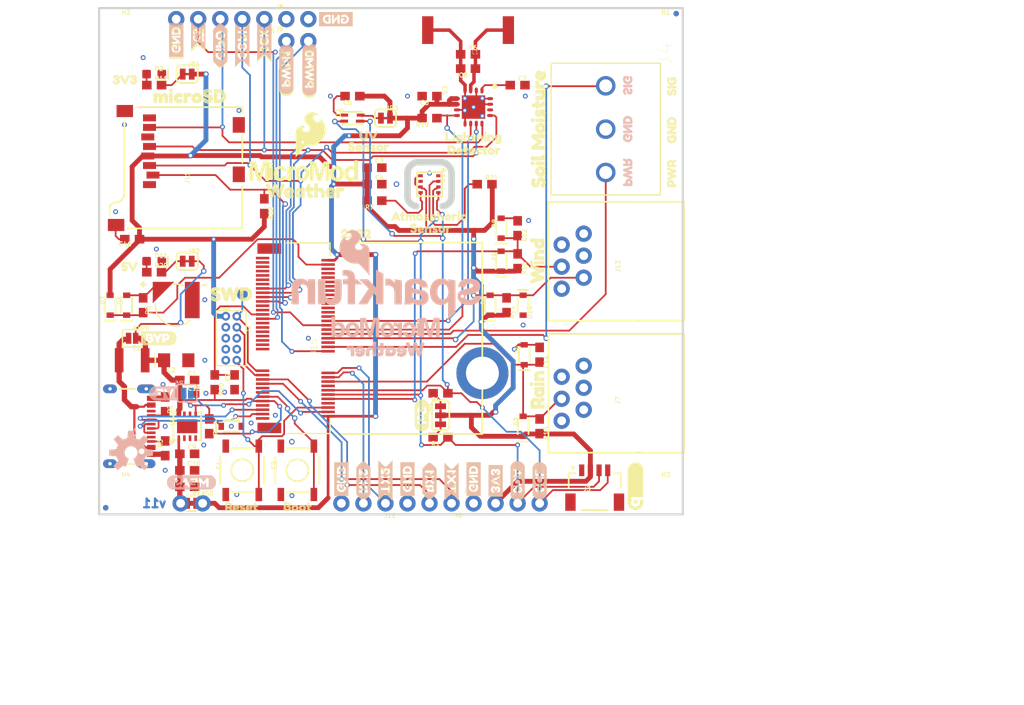
<source format=kicad_pcb>
(kicad_pcb (version 20211014) (generator pcbnew)
  (layers (0 "F.Cu" signal) (31 "B.Cu" signal) (34 "B.Paste" user) (35 "F.Paste" user) (36 "B.SilkS" user "B.Silkscreen") (37 "F.SilkS" user "F.Silkscreen") (38 "B.Mask" user) (39 "F.Mask" user) (44 "Edge.Cuts" user))
  (net 0 "")
  (net 1 "SPI_SCK")
  (net 2 "GND")
  (net 3 "3.3V")
  (net 4 "USB_D-")
  (net 5 "USB_D+")
  (net 6 "N$10")
  (net 7 "N$11")
  (net 8 "V_USB")
  (net 9 "N$14")
  (net 10 "I2C_SCL")
  (net 11 "I2C_SDA")
  (net 12 "N$2")
  (net 13 "N$3")
  (net 14 "TX1")
  (net 15 "RX1")
  (net 16 "RTC_3V")
  (net 17 "~{RESET}")
  (net 18 "SWDIO")
  (net 19 "SWDCK")
  (net 20 "VIN")
  (net 21 "VIN/3")
  (net 22 "N$1")
  (net 23 "~{BOOT}")
  (net 24 "TX2")
  (net 25 "RX2")
  (net 26 "PWM0")
  (net 27 "PWM1")
  (net 28 "SPI_COPI")
  (net 29 "SPI_CIPO")
  (net 30 "SD_~{CS}")
  (net 31 "3.3V_EN")
  (net 32 "N$4")
  (net 33 "N$6")
  (net 34 "SOIL_MOIST_SIG")
  (net 35 "RAIN")
  (net 36 "WDIR")
  (net 37 "WSPEED")
  (net 38 "N$15")
  (net 39 "INP")
  (net 40 "LIGHTNING_INT")
  (net 41 "N$5")
  (net 42 "N$16")
  (net 43 "N$19")
  (net 44 "SOIL_MOIST_PWR")
  (net 45 "N$8")
  (net 46 "LIGHTNING_~{CS}")
  (net 47 "HEADER_~{CS}")
  (net 48 "N$7")
  (net 49 "VREG_EN")
  (footprint "boardEagle:I2C" (layer "F.Cu") (at 152.0571 124.6886 90)
    (fp_text reference "U$37" hide)
    (fp_text value "" hide)
  )
  (footprint "boardEagle:0603" (layer "F.Cu") (at 119.9261 110.0836 -90)
    (fp_text reference "R8")
    (fp_text value "3.3k")
  )
  (footprint "boardEagle:0603" (layer "F.Cu") (at 165.6461 124.0536 -90)
    (fp_text reference "R15")
    (fp_text value "43k")
  )
  (footprint "boardEagle:WEATHER4" (layer "F.Cu") (at 132.7531 96.8756)
    (fp_text reference "U$16" hide)
    (fp_text value "" hide)
  )
  (footprint "boardEagle:0603" (layer "F.Cu") (at 163.1061 101.1936 -90)
    (fp_text reference "C12")
    (fp_text value "0.1uF")
  )
  (footprint "boardEagle:1X03_NO_SILK" (layer "F.Cu") (at 147.8661 132.9436 180)
    (fp_text reference "J12")
    (fp_text value "")
  )
  (footprint "boardEagle:SMT-JUMPER_2_NC_TRACE_SILK" (layer "F.Cu") (at 147.8661 88.4936)
    (fp_text reference "JP3")
    (fp_text value "UV")
  )
  (footprint "boardEagle:0603" (layer "F.Cu") (at 121.1961 106.2736)
    (fp_text reference "R20")
    (fp_text value "1k")
  )
  (footprint "boardEagle:0603" (layer "F.Cu") (at 125.0061 118.7196)
    (fp_text reference "C1")
    (fp_text value "0.1uF")
  )
  (footprint "boardEagle:COMBO-JUMPER_2_NC_TRACE" (layer "F.Cu") (at 125.5141 132.9436)
    (fp_text reference "MEAS0")
    (fp_text value "")
  )
  (footprint "boardEagle:VEML6075_A3OP" (layer "F.Cu") (at 144.0561 88.4936)
    (fp_text reference "U2")
    (fp_text value "VEML6075")
  )
  (footprint "boardEagle:SOD-323" (layer "F.Cu") (at 161.2011 105.0036 90)
    (fp_text reference "D5")
    (fp_text value "250mA/100V")
  )
  (footprint "boardEagle:SDA_IO" (layer "F.Cu") (at 163.1061 132.6896 90)
    (fp_text reference "U$39" hide)
    (fp_text value "" hide)
  )
  (footprint "boardEagle:LED-0603" (layer "F.Cu") (at 121.1961 83.4136)
    (fp_text reference "D2")
    (fp_text value "RED")
  )
  (footprint "boardEagle:SENSOR1" (layer "F.Cu") (at 149.7711 101.1936)
    (fp_text reference "U$64" hide)
    (fp_text value "" hide)
  )
  (footprint "boardEagle:SMT-JUMPER_2_NO_SILK" (layer "F.Cu") (at 118.6561 113.8936)
    (fp_text reference "BYP0")
    (fp_text value "JUMPER-SMT_2_NO_SILK")
  )
  (footprint "boardEagle:FIDUCIAL-MICRO" (layer "F.Cu") (at 181.3941 76.4286)
    (fp_text reference "FD2" hide)
    (fp_text value "FIDUCIALUFIDUCIAL" hide)
  )
  (footprint "boardEagle:0603" (layer "F.Cu") (at 125.0061 127.2286)
    (fp_text reference "C9")
    (fp_text value "10uF")
  )
  (footprint "boardEagle:USB-C-16P-2LAYER-PADS" (layer "F.Cu") (at 121.1961 124.0536 -90)
    (fp_text reference "J1")
    (fp_text value "" hide)
  )
  (footprint "boardEagle:SOD-323" (layer "F.Cu") (at 130.0861 124.0536)
    (fp_text reference "D1")
    (fp_text value "3.3V")
  )
  (footprint "boardEagle:0603" (layer "F.Cu") (at 161.8361 110.0836 -90)
    (fp_text reference "R14")
    (fp_text value "10k")
  )
  (footprint "boardEagle:STAND-OFF-REFLOW-M2.5" (layer "F.Cu") (at 159.0461 117.9136)
    (fp_text reference "H5" hide)
    (fp_text value "STAND-OFF-REFLOW2.5MM_TALL" hide)
  )
  (footprint "boardEagle:SOD-323" (layer "F.Cu") (at 116.1161 110.0836 90)
    (fp_text reference "D7")
    (fp_text value "1A/23V/620mV")
  )
  (footprint "boardEagle:MICRO-SD-SOCKET" (layer "F.Cu") (at 131.3561 87.2236 90)
    (fp_text reference "J11")
    (fp_text value "microSD")
  )
  (footprint "boardEagle:0603" (layer "F.Cu") (at 127.5461 124.0536 -90)
    (fp_text reference "R5")
    (fp_text value "100k")
  )
  (footprint "boardEagle:MA5532-AE" (layer "F.Cu") (at 157.3911 78.3336 180)
    (fp_text reference "L1")
    (fp_text value "100uH")
  )
  (footprint "boardEagle:ML414H_IV01E" (layer "F.Cu") (at 123.7361 110.0836 90)
    (fp_text reference "BT1")
    (fp_text value "ML414H")
  )
  (footprint "boardEagle:CREATIVE_COMMONS" (layer "F.Cu") (at 123.7361 155.8036)
    (fp_text reference "FRAME1" hide)
    (fp_text value "FRAME-LEDGER" hide)
  )
  (footprint "boardEagle:LATCHTERMINAL-5MM-3" (layer "F.Cu") (at 173.2661 89.7636 -90)
    (fp_text reference "J4")
    (fp_text value "")
  )
  (footprint "boardEagle:BOOT2" (layer "F.Cu") (at 135.1661 133.3246)
    (fp_text reference "U$19" hide)
    (fp_text value "" hide)
  )
  (footprint "boardEagle:#1" (layer "F.Cu") (at 125.7681 107.5436)
    (fp_text reference "U$70" hide)
    (fp_text value "" hide)
  )
  (footprint "boardEagle:0603" (layer "F.Cu") (at 133.8961 98.6536 -90)
    (fp_text reference "R12")
    (fp_text value "100k")
  )
  (footprint "boardEagle:0603" (layer "F.Cu") (at 154.2161 120.2436 180)
    (fp_text reference "R4")
    (fp_text value "2.2k")
  )
  (footprint "boardEagle:#0" (layer "F.Cu") (at 118.6561 107.5436)
    (fp_text reference "U$69" hide)
    (fp_text value "" hide)
  )
  (footprint "boardEagle:5V0" (layer "F.Cu") (at 116.4971 105.6386)
    (fp_text reference "U$18" hide)
    (fp_text value "" hide)
  )
  (footprint "boardEagle:2X5-PTH-1.27MM" (layer "F.Cu") (at 130.0861 113.8936 -90)
    (fp_text reference "J2")
    (fp_text value "JTAG")
  )
  (footprint "boardEagle:SWD1" (layer "F.Cu") (at 126.2761 108.8136)
    (fp_text reference "U$43" hide)
    (fp_text value "" hide)
  )
  (footprint "boardEagle:RX10" (layer "F.Cu") (at 152.9461 132.5626 90)
    (fp_text reference "U$29" hide)
    (fp_text value "" hide)
  )
  (footprint "boardEagle:0603" (layer "F.Cu") (at 154.2161 125.3236 180)
    (fp_text reference "R1")
    (fp_text value "2.2k")
  )
  (footprint "boardEagle:QWIIC_5.5MM" (layer "F.Cu") (at 176.6951 130.9751 90)
    (fp_text reference "LOGO2" hide)
    (fp_text value "QWIIC_LOGO_CONNECTOR" hide)
  )
  (footprint "boardEagle:CIPO0" (layer "F.Cu") (at 128.8161 82.7786 90)
    (fp_text reference "U$27" hide)
    (fp_text value "" hide)
  )
  (footprint "boardEagle:MICROMOD_LOGO_.5" (layer "F.Cu") (at 138.4681 94.5896)
    (fp_text reference "U$67" hide)
    (fp_text value "" hide)
  )
  (footprint "boardEagle:STAND-OFF" (layer "F.Cu") (at 179.6161 131.6736)
    (fp_text reference "H3")
    (fp_text value "STAND-OFF")
  )
  (footprint "boardEagle:SOD-323" (layer "F.Cu") (at 159.9311 110.0836 90)
    (fp_text reference "D9")
    (fp_text value "250mA/100V")
  )
  (footprint "boardEagle:1X04_NO_SILK" (layer "F.Cu") (at 158.0261 132.9436)
    (fp_text reference "J14")
    (fp_text value "")
  )
  (footprint "boardEagle:0603" (layer "F.Cu") (at 125.0061 120.2436)
    (fp_text reference "C13")
    (fp_text value "0.22uF")
  )
  (footprint "boardEagle:UDFN-8" (layer "F.Cu") (at 125.0061 124.0536)
    (fp_text reference "U5")
    (fp_text value "AP7361C-33FGEUDFN-8")
  )
  (footprint "boardEagle:0603" (layer "F.Cu") (at 125.0061 131.0386)
    (fp_text reference "C11")
    (fp_text value "0.22uF")
  )
  (footprint "boardEagle:STAND-OFF" (layer "F.Cu") (at 179.6161 78.3336)
    (fp_text reference "H1")
    (fp_text value "STAND-OFF")
  )
  (footprint "boardEagle:RJ11-6" (layer "F.Cu") (at 177.0761 105.0036 90)
    (fp_text reference "J13")
    (fp_text value "RJ11 - WIND")
  )
  (footprint "boardEagle:DETECTOR2" (layer "F.Cu") (at 154.0891 92.1766)
    (fp_text reference "U$71" hide)
    (fp_text value "" hide)
  )
  (footprint "boardEagle:LGA-8-2.5X2.5" (layer "F.Cu") (at 152.9461 96.1136 -90)
    (fp_text reference "U1")
    (fp_text value "BME280")
  )
  (footprint "boardEagle:BYP0" (layer "F.Cu") (at 119.2911 113.8936)
    (fp_text reference "U$14" hide)
    (fp_text value "" hide)
  )
  (footprint "boardEagle:0603" (layer "F.Cu") (at 122.4661 126.5936 90)
    (fp_text reference "R3")
    (fp_text value "5.1k")
  )
  (footprint "boardEagle:WIND0" (layer "F.Cu") (at 165.3921 108.9406 90)
    (fp_text reference "U$66" hide)
    (fp_text value "" hide)
  )
  (footprint "boardEagle:!CS_O" (layer "F.Cu") (at 126.2761 81.1276 90)
    (fp_text reference "U$10" hide)
    (fp_text value "" hide)
  )
  (footprint "boardEagle:0603" (layer "F.Cu") (at 146.5961 94.2086)
    (fp_text reference "C3")
    (fp_text value "0.1uF")
  )
  (footprint "boardEagle:SFE_LOGO_FLAME_.2" (layer "F.Cu") (at 139.2301 90.3986)
    (fp_text reference "U$44" hide)
    (fp_text value "" hide)
  )
  (footprint "boardEagle:0603" (layer "F.Cu") (at 152.9461 85.9536 180)
    (fp_text reference "C6")
    (fp_text value "1.0uF")
  )
  (footprint "boardEagle:16LD_MLPQ" (layer "F.Cu") (at 158.0261 87.2236 -90)
    (fp_text reference "U3")
    (fp_text value "AS3935")
  )
  (footprint "boardEagle:LED-0603" (layer "F.Cu") (at 121.1961 105.0036)
    (fp_text reference "D11")
    (fp_text value "RED")
  )
  (footprint "boardEagle:RX25" (layer "F.Cu") (at 145.3261 132.6896 90)
    (fp_text reference "U$17" hide)
    (fp_text value "" hide)
  )
  (footprint "boardEagle:PWM01" (layer "F.Cu") (at 139.1031 86.2076 90)
    (fp_text reference "U$60" hide)
    (fp_text value "" hide)
  )
  (footprint "boardEagle:M.2-CONNECTOR-E" (layer "F.Cu") (at 138.9761 113.8936 -90)
    (fp_text reference "J15")
    (fp_text value "MICROMOD-2222-C")
  )
  (footprint "boardEagle:SIG1" (layer "F.Cu") (at 180.8861 86.8426 90)
    (fp_text reference "U$13" hide)
    (fp_text value "" hide)
  )
  (footprint "boardEagle:SOD-323" (layer "F.Cu") (at 161.2011 101.1936 90)
    (fp_text reference "D8")
    (fp_text value "250mA/100V")
  )
  (footprint "boardEagle:0603" (layer "F.Cu") (at 121.1961 84.6836)
    (fp_text reference "R11")
    (fp_text value "1k")
  )
  (footprint "boardEagle:0603" (layer "F.Cu") (at 157.3911 82.7786 180)
    (fp_text reference "C8")
    (fp_text value "1nF")
  )
  (footprint "boardEagle:STAND-OFF" (layer "F.Cu") (at 117.3861 78.3336)
    (fp_text reference "H2")
    (fp_text value "STAND-OFF")
  )
  (footprint "boardEagle:SMT-JUMPER_3_2-NC_TRACE_SILK" (layer "F.Cu") (at 154.2161 122.7836 90)
    (fp_text reference "JP1")
    (fp_text value "")
  )
  (footprint "boardEagle:1X03_NO_SILK" (layer "F.Cu") (at 155.4861 132.9436 180)
    (fp_text reference "J6")
    (fp_text value "")
  )
  (footprint "boardEagle:ATMOSPHERIC0" (layer "F.Cu") (at 147.6121 99.7966)
    (fp_text reference "U$20" hide)
    (fp_text value "" hide)
  )
  (footprint "boardEagle:SOIL_MOISTURE2" (layer "F.Cu") (at 165.5191 97.8916 90)
    (fp_text reference "U$65" hide)
    (fp_text value "" hide)
  )
  (footprint "boardEagle:SOD-323" (layer "F.Cu") (at 163.7411 124.0536 90)
    (fp_text reference "D3")
    (fp_text value "250mA/100V")
  )
  (footprint "boardEagle:TX13" (layer "F.Cu") (at 155.4861 132.6896 90)
    (fp_text reference "U$31" hide)
    (fp_text value "" hide)
  )
  (footprint "boardEagle:SOD-323" (layer "F.Cu") (at 163.8681 115.7986 90)
    (fp_text reference "D4")
    (fp_text value "250mA/100V")
  )
  (footprint "boardEagle:UV6" (layer "F.Cu") (at 143.9291 90.5256)
    (fp_text reference "U$62" hide)
    (fp_text value "" hide)
  )
  (footprint "boardEagle:0603" (layer "F.Cu") (at 163.1061 84.6836)
    (fp_text reference "C7")
    (fp_text value "10uF")
  )
  (footprint "boardEagle:0603" (layer "F.Cu") (at 159.2961 96.1136)
    (fp_text reference "R21")
    (fp_text value "10k")
  )
  (footprint "boardEagle:GND_P" (layer "F.Cu") (at 123.7361 82.1436 90)
    (fp_text reference "U$6" hide)
    (fp_text value "" hide)
  )
  (footprint "boardEagle:SCL_IO" (layer "F.Cu") (at 165.6461 132.5626 90)
    (fp_text reference "U$40" hide)
    (fp_text value "" hide)
  )
  (footprint "boardEagle:SMT-JUMPER_2_NC_TRACE_SILK" (layer "F.Cu") (at 125.0061 105.0036)
    (fp_text reference "JP2")
    (fp_text value "VIN LED")
  )
  (footprint "boardEagle:GND0" (layer "F.Cu") (at 180.8861 92.3036 90)
    (fp_text reference "U$4" hide)
    (fp_text value "" hide)
  )
  (footprint "boardEagle:0603" (layer "F.Cu") (at 125.0061 129.1336)
    (fp_text reference "C10")
    (fp_text value "1.0uF")
  )
  (footprint "boardEagle:1210" (layer "F.Cu") (at 118.6561 116.4336)
    (fp_text reference "F2")
    (fp_text value "6V/2A")
  )
  (footprint "boardEagle:0603" (layer "F.Cu") (at 146.5961 98.0186 180)
    (fp_text reference "R7")
    (fp_text value "10k")
  )
  (footprint "boardEagle:1X02_NO_SILK" (layer "F.Cu") (at 136.4361 79.6036)
    (fp_text reference "J9")
    (fp_text value "")
  )
  (footprint "boardEagle:22229" (layer "F.Cu") (at 141.8081 101.8236)
    (fp_text reference "U$55" hide)
    (fp_text value "" hide)
  )
  (footprint "boardEagle:TACTILE_SWITCH_SMD_5.2MM" (layer "F.Cu") (at 131.3561 129.1336 90)
    (fp_text reference "S1")
    (fp_text value "Reset")
  )
  (footprint "boardEagle:3V31" (layer "F.Cu") (at 115.4811 84.0486)
    (fp_text reference "U$1" hide)
    (fp_text value "" hide)
  )
  (footprint "boardEagle:RESET3" (layer "F.Cu") (at 128.4351 133.3246)
    (fp_text reference "U$2" hide)
    (fp_text value "" hide)
  )
  (footprint "boardEagle:FIDUCIAL-MICRO" (layer "F.Cu") (at 115.6081 133.4516)
    (fp_text reference "FD1" hide)
    (fp_text value "FIDUCIALUFIDUCIAL" hide)
  )
  (footprint "boardEagle:0603" (layer "F.Cu") (at 122.4661 121.5136 -90)
    (fp_text reference "R2")
    (fp_text value "5.1k")
  )
  (footprint "boardEagle:GND_P" (layer "F.Cu") (at 158.0261 132.5626 90)
    (fp_text reference "U$36" hide)
    (fp_text value "" hide)
  )
  (footprint "boardEagle:SOD-323" (layer "F.Cu") (at 163.7411 110.0836 -90)
    (fp_text reference "D10")
    (fp_text value "250mA/100V")
  )
  (footprint "boardEagle:0603" (layer "F.Cu") (at 130.4671 118.9736 90)
    (fp_text reference "R9")
    (fp_text value "10k")
  )
  (footprint "boardEagle:GND_P" (layer "F.Cu") (at 139.7381 77.0636)
    (fp_text reference "U$54" hide)
    (fp_text value "" hide)
  )
  (footprint "boardEagle:SENSOR7" (layer "F.Cu") (at 142.5321 91.7956)
    (fp_text reference "U$34" hide)
    (fp_text value "" hide)
  )
  (footprint "boardEagle:TX24" (layer "F.Cu") (at 147.8661 132.6896 90)
    (fp_text reference "U$56" hide)
    (fp_text value "" hide)
  )
  (footprint "boardEagle:RJ11-6" (layer "F.Cu") (at 177.0761 120.2436 90)
    (fp_text reference "J7")
    (fp_text value "RJ11 - RAIN")
  )
  (footprint "boardEagle:SOD-323" (layer "F.Cu") (at 118.0211 110.0836 90)
    (fp_text reference "D6")
    (fp_text value "3A/10V/280mV")
  )
  (footprint "boardEagle:3V3_P" (layer "F.Cu") (at 160.5661 132.6896 90)
    (fp_text reference "U$38" hide)
    (fp_text value "" hide)
  )
  (footprint "boardEagle:JST04_1MM_RA" (layer "F.Cu") (at 171.9961 129.1336)
    (fp_text reference "J3")
    (fp_text value "QWIIC_RIGHT_ANGLE")
  )
  (footprint "boardEagle:PWM10" (layer "F.Cu") (at 136.4361 86.0806 90)
    (fp_text reference "U$61" hide)
    (fp_text value "" hide)
  )
  (footprint "boardEagle:GND_P" (layer "F.Cu") (at 142.7861 132.5626 90)
    (fp_text reference "U$33" hide)
    (fp_text value "" hide)
  )
  (footprint "boardEagle:STAND-OFF" (layer "F.Cu") (at 117.3861 131.6736)
    (fp_text reference "H4")
    (fp_text value "STAND-OFF")
  )
  (footprint "boardEagle:0603" (layer "F.Cu") (at 128.1811 118.9736 -90)
    (fp_text reference "R10")
    (fp_text value "20k")
  )
  (footprint "boardEagle:1X05_NO_SILK" (layer "F.Cu") (at 133.8961 77.0636 180)
    (fp_text reference "J5")
    (fp_text value "")
  )
  (footprint "boardEagle:MICROSD0" (layer "F.Cu") (at 119.6721 85.9536)
    (fp_text reference "U$35" hide)
    (fp_text value "" hide)
  )
  (footprint "boardEagle:EIA3216" (layer "F.Cu") (at 123.7361 116.4336 180)
    (fp_text reference "C2")
    (fp_text value "10uF")
  )
  (footprint "boardEagle:PWR2" (layer "F.Cu") (at 180.8861 97.3836 90)
    (fp_text reference "U$12" hide)
    (fp_text value "" hide)
  )
  (footprint "boardEagle:RAIN1" (layer "F.Cu") (at 165.3921 123.4186 90)
    (fp_text reference "U$3" hide)
    (fp_text value "" hide)
  )
  (footprint "boardEagle:0603" (layer "F.Cu") (at 165.6461 115.7986 -90)
    (fp_text reference "C14")
    (fp_text value "0.1uF")
  )
  (footprint "boardEagle:COPI0" (layer "F.Cu") (at 131.3561 82.6516 90)
    (fp_text reference "U$7" hide)
    (fp_text value "" hide)
  )
  (footprint "boardEagle:0603" (layer "F.Cu") (at 118.6561 102.4636 180)
    (fp_text reference "C46")
    (fp_text value "0.1uF")
  )
  (footprint "boardEagle:SCK_O" (layer "F.Cu") (at 133.8961 82.1436 90)
    (fp_text reference "U$9" hide)
    (fp_text value "" hide)
  )
  (footprint "boardEagle:0603" (layer "F.Cu") (at 152.9461 88.4936 180)
    (fp_text reference "R19")
    (fp_text value "100k")
  )
  (footprint "boardEagle:GND_P" (layer "F.Cu") (at 150.4061 132.5626 90)
    (fp_text reference "U$32" hide)
    (fp_text value "" hide)
  )
  (footprint "boardEagle:0603" (layer "F.Cu") (at 157.3911 81.1276)
    (fp_text reference "R6")
    (fp_text value "10k")
  )
  (footprint "boardEagle:TACTILE_SWITCH_SMD_5.2MM" (layer "F.Cu") (at 137.7061 129.1336 90)
    (fp_text reference "S2")
    (fp_text value "BOOT")
  )
  (footprint "boardEagle:0603" (layer "F.Cu") (at 163.1061 105.0036 -90)
    (fp_text reference "R16")
    (fp_text value "43k")
  )
  (footprint "boardEagle:LIGHTNING8" (layer "F.Cu") (at 153.8351 90.6526)
    (fp_text reference "U$22" hide)
    (fp_text value "" hide)
  )
  (footprint "boardEagle:0603" (layer "F.Cu") (at 144.0561 85.9536 180)
    (fp_text reference "C5")
    (fp_text value "0.1uF")
  )
  (footprint "boardEagle:SMT-JUMPER_2_NC_TRACE_SILK" (layer "F.Cu") (at 125.0061 83.4136)
    (fp_text reference "JP4")
    (fp_text value "3V3 LED")
  )
  (footprint "boardEagle:1X02_NO_SILK" (layer "F.Cu") (at 136.4361 77.0636)
    (fp_text reference "J8")
    (fp_text value "")
  )
  (footprint "boardEagle:0603" (layer "F.Cu") (at 146.5961 96.1136)
    (fp_text reference "C4")
    (fp_text value "0.1uF")
  )
  (footprint "boardEagle:TX13" (layer "B.Cu") (at 155.4861 132.6896 90)
    (fp_text reference "U$41" hide)
    (fp_text value "" hide)
  )
  (footprint "boardEagle:PAD.03X.05" (layer "B.Cu") (at 131.3561 108.8136 180)
    (fp_text reference "TP1" hide)
    (fp_text value "TEST-POINT3X5" hide)
  )
  (footprint "boardEagle:GND_P" (layer "B.Cu") (at 142.7861 132.5626 90)
    (fp_text reference "U$23" hide)
    (fp_text value "" hide)
  )
  (footprint "boardEagle:SMT-JUMPER_2_NO_SILK" (layer "B.Cu") (at 125.0061 120.2436 180)
    (fp_text reference "JP6")
    (fp_text value "VE")
  )
  (footprint "boardEagle:CIPO0" (layer "B.Cu") (at 128.8161 82.6516 90)
    (fp_text reference "U$50" hide)
    (fp_text value "" hide)
  )
  (footprint "boardEagle:VE0" (layer "B.Cu") (at 124.3711 120.2436 180)
    (fp_text reference "U$21" hide)
    (fp_text value "" hide)
  )
  (footprint "boardEagle:RX25" (layer "B.Cu") (at 145.3261 132.6896 90)
    (fp_text reference "U$30" hide)
    (fp_text value "" hide)
  )
  (footprint "boardEagle:MICROMOD_LOGO_.5" (layer "B.Cu") (at 147.8661 112.6236 180)
    (fp_text reference "U$68" hide)
    (fp_text value "" hide)
  )
  (footprint "boardEagle:PWM10" (layer "B.Cu") (at 136.4361 85.8266 90)
    (fp_text reference "U$15" hide)
    (fp_text value "" hide)
  )
  (footprint "boardEagle:3V3_P" (layer "B.Cu") (at 160.5661 132.6896 90)
    (fp_text reference "U$46" hide)
    (fp_text value "" hide)
  )
  (footprint "boardEagle:SCL_IO" (layer "B.Cu") (at 165.6461 132.5626 90)
    (fp_text reference "U$48" hide)
    (fp_text value "" hide)
  )
  (footprint "boardEagle:SIG1" (layer "B.Cu") (at 175.8061 86.7156 90)
    (fp_text reference "U$63" hide)
    (fp_text value "" hide)
  )
  (footprint "boardEagle:COPI0" (layer "B.Cu") (at 131.3561 82.6516 90)
    (fp_text reference "U$8" hide)
    (fp_text value "" hide)
  )
  (footprint "boardEagle:SFE_LOGO_NAME_FLAME_.2" (layer "B.Cu") (at 147.8661 108.8136 180)
    (fp_text reference "LOGO1" hide)
    (fp_text value "SFE_LOGO_NAME_FLAME.2_INCH" hide)
  )
  (footprint "boardEagle:!CS_O" (layer "B.Cu") (at 126.2761 80.7466 90)
    (fp_text reference "U$52" hide)
    (fp_text value "" hide)
  )
  (footprint "boardEagle:GND_P" (layer "B.Cu") (at 150.4061 132.5626 90)
    (fp_text reference "U$42" hide)
    (fp_text value "" hide)
  )
  (footprint "boardEagle:GND_P" (layer "B.Cu") (at 144.5641 77.0636 180)
    (fp_text reference "U$11" hide)
    (fp_text value "" hide)
  )
  (footprint "boardEagle:GND_P" (layer "B.Cu") (at 123.7361 81.8896 90)
    (fp_text reference "U$53" hide)
    (fp_text value "" hide)
  )
  (footprint "boardEagle:PWR2" (layer "B.Cu") (at 175.8061 97.2566 90)
    (fp_text reference "U$24" hide)
    (fp_text value "" hide)
  )
  (footprint "boardEagle:SDA_IO" (layer "B.Cu") (at 163.1061 132.6896 90)
    (fp_text reference "U$47" hide)
    (fp_text value "" hide)
  )
  (footprint "boardEagle:GND0" (layer "B.Cu") (at 175.8061 92.1766 90)
    (fp_text reference "U$57" hide)
    (fp_text value "" hide)
  )
  (footprint "boardEagle:TX24" (layer "B.Cu") (at 147.8661 132.6896 90)
    (fp_text reference "U$28" hide)
    (fp_text value "" hide)
  )
  (footprint "boardEagle:RX10" (layer "B.Cu") (at 152.9461 132.5626 90)
    (fp_text reference "U$25" hide)
    (fp_text value "" hide)
  )
  (footprint "boardEagle:FIDUCIAL-MICRO" (layer "B.Cu") (at 115.6081 133.4516 180)
    (fp_text reference "FD3" hide)
    (fp_text value "FIDUCIALUFIDUCIAL" hide)
  )
  (footprint "boardEagle:WEATHER4" (layer "B.Cu") (at 153.7081 115.1636 180)
    (fp_text reference "U$58" hide)
    (fp_text value "" hide)
  )
  (footprint "boardEagle:OSHW-LOGO-M" (layer "B.Cu") (at 118.5291 127.1016 180)
    (fp_text reference "LOGO3" hide)
    (fp_text value "OSHW-LOGOM" hide)
  )
  (footprint "boardEagle:SCK_O" (layer "B.Cu") (at 133.8961 81.8896 90)
    (fp_text reference "U$49" hide)
    (fp_text value "" hide)
  )
  (footprint "boardEagle:PWM01" (layer "B.Cu") (at 139.1031 85.9536 90)
    (fp_text reference "U$59" hide)
    (fp_text value "" hide)
  )
  (footprint "boardEagle:FIDUCIAL-MICRO" (layer "B.Cu") (at 181.3941 76.4286 180)
    (fp_text reference "FD4" hide)
    (fp_text value "FIDUCIALUFIDUCIAL" hide)
  )
  (footprint "boardEagle:GND_P" (layer "B.Cu") (at 158.0261 132.5626 90)
    (fp_text reference "U$45" hide)
    (fp_text value "" hide)
  )
  (footprint "boardEagle:MEAS" (layer "B.Cu") (at 128.4351 130.5306 180)
    (fp_text reference "U$5" hide)
    (fp_text value "" hide)
  )
  (gr_line (start 142.7861 102.8446) (end 159.0311 102.8446) (layer "F.SilkS") (width 0.2032))
  (gr_line (start 159.0311 102.8446) (end 159.0311 124.9426) (layer "F.SilkS") (width 0.2032))
  (gr_line (start 159.0311 124.9426) (end 142.7861 124.9426) (layer "F.SilkS") (width 0.2032))
  (gr_arc (start 155.4861 97.3836) (mid 155.241126 98.22902) (end 154.4701 98.6536) (layer "Edge.Cuts") (width 0.762))
  (gr_arc (start 151.4221 98.6536) (mid 150.651074 98.22902) (end 150.4061 97.3836) (layer "Edge.Cuts") (width 0.762))
  (gr_arc (start 154.2161 93.5736) (mid 155.114126 93.945574) (end 155.4861 94.8436) (layer "Edge.Cuts") (width 0.762))
  (gr_line (start 155.4861 94.8436) (end 155.4861 97.3836) (layer "Edge.Cuts") (width 0.762))
  (gr_line (start 150.4061 97.3836) (end 150.4061 94.8436) (layer "Edge.Cuts") (width 0.762))
  (gr_line (start 151.6761 93.5736) (end 154.2161 93.5736) (layer "Edge.Cuts") (width 0.762))
  (gr_line (start 182.1561 134.2136) (end 114.8461 134.2136) (layer "Edge.Cuts") (width 0.254))
  (gr_arc (start 150.4061 94.8436) (mid 150.778074 93.945574) (end 151.6761 93.5736) (layer "Edge.Cuts") (width 0.762))
  (gr_line (start 182.1561 75.7936) (end 182.1561 134.2136) (layer "Edge.Cuts") (width 0.254))
  (gr_line (start 114.8461 75.7936) (end 182.1561 75.7936) (layer "Edge.Cuts") (width 0.254))
  (gr_line (start 114.8461 134.2136) (end 114.8461 75.7936) (layer "Edge.Cuts") (width 0.254))
  (gr_text "v11" (at 121.1961 132.9436) (layer "B.Cu") (effects (font (size 1.016 1.016) (thickness 0.254)) (justify mirror)))
  (gr_text "ROUTE OUT" (at 150.4061 97.3836 90) (layer "Edge.Cuts") (effects (font (size 0.2159 0.2159) (thickness 0.0381)) (justify left bottom)))
  (gr_text "ROUTE OUT" (at 151.6761 93.5736) (layer "Edge.Cuts") (effects (font (size 0.2159 0.2159) (thickness 0.0381)) (justify left bottom)))
  (gr_text "ROUTE OUT" (at 155.4861 94.8436 90) (layer "Edge.Cuts") (effects (font (size 0.2159 0.2159) (thickness 0.0381)) (justify right top)))
  (segment (start 126.0221 92.1766) (end 125.6091 91.7636) (width 0.2032) (layer "F.Cu") (net 1))
  (segment (start 141.7447 93.3196) (end 140.6017 92.1766) (width 0.2032) (layer "F.Cu") (net 1))
  (segment (start 158.3445 90.0802) (end 158.3445 89.132) (width 0.2032) (layer "F.Cu") (net 1))
  (segment (start 133.7011 109.1436) (end 136.8931 109.1436) (width 0.2032) (layer "F.Cu") (net 1))
  (segment (start 157.9635 92.8878) (end 158.3445 92.5068) (width 0.2032) (layer "F.Cu") (net 1))
  (segment (start 136.8931 109.1436) (end 136.9441 109.1946) (width 0.2032) (layer "F.Cu") (net 1))
  (segment (start 138.9507 92.1766) (end 133.8961 92.1766) (width 0.2032) (layer "F.Cu") (net 1))
  (segment (start 141.7447 93.3196) (end 146.0119 93.3196) (width 0.2032) (layer "F.Cu") (net 1))
  (segment (start 125.6091 91.7636) (end 120.6561 91.7636) (width 0.2032) (layer "F.Cu") (net 1))
  (segment (start 146.0119 93.3196) (end 146.4437 92.8878) (width 0.2032) (layer "F.Cu") (net 1))
  (segment (start 138.9507 92.1766) (end 140.6017 92.1766) (width 0.2032) (layer "F.Cu") (net 1))
  (segment (start 133.8961 92.1766) (end 126.0221 92.1766) (width 0.2032) (layer "F.Cu") (net 1))
  (segment (start 146.4437 92.8878) (end 157.9635 92.8878) (width 0.2032) (layer "F.Cu") (net 1))
  (via (at 133.8961 92.1766) (size 0.5588) (drill 0.3048) (layers "F.Cu" "B.Cu") (net 1))
  (via (at 136.9441 109.1946) (size 0.635) (drill 0.381) (layers "F.Cu" "B.Cu") (net 1))
  (via (at 158.3445 92.5068) (size 0.5588) (drill 0.3048) (layers "F.Cu" "B.Cu") (net 1))
  (via (at 138.9507 92.1766) (size 0.5588) (drill 0.3048) (layers "F.Cu" "B.Cu") (net 1))
  (via (at 158.3445 90.0802) (size 0.5588) (drill 0.3048) (layers "F.Cu" "B.Cu") (net 1))
  (segment (start 137.2997 98.7806) (end 136.8171 99.2632) (width 0.2032) (layer "B.Cu") (net 1))
  (segment (start 137.1981 107.5436) (end 137.1981 108.9406) (width 0.2032) (layer "B.Cu") (net 1))
  (segment (start 136.8171 99.2632) (end 136.8171 107.1626) (width 0.2032) (layer "B.Cu") (net 1))
  (segment (start 158.3445 92.5068) (end 158.3445 90.0802) (width 0.2032) (layer "B.Cu") (net 1))
  (segment (start 137.2997 93.8276) (end 137.2997 98.7806) (width 0.2032) (layer "B.Cu") (net 1))
  (segment (start 137.1981 107.5436) (end 136.8171 107.1626) (width 0.2032) (layer "B.Cu") (net 1))
  (segment (start 133.8961 77.0636) (end 133.8961 92.1766) (width 0.2032) (layer "B.Cu") (net 1))
  (segment (start 138.9507 92.1766) (end 137.2997 93.8276) (width 0.2032) (layer "B.Cu") (net 1))
  (segment (start 136.9441 109.1946) (end 137.1981 108.9406) (width 0.2032) (layer "B.Cu") (net 1))
  (segment (start 159.9335 86.242) (end 159.2035 86.242) (width 0.2032) (layer "F.Cu") (net 2))
  (segment (start 116.7511 100.8786) (end 116.8061 100.8236) (width 0.2032) (layer "F.Cu") (net 2))
  (segment (start 117.8061 102.4636) (end 117.1321 102.4636) (width 0.2032) (layer "F.Cu") (net 2))
  (segment (start 120.8561 120.8286) (end 122.3011 120.8286) (width 0.6096) (layer "F.Cu") (net 2))
  (segment (start 159.9335 86.892) (end 159.2185 86.892) (width 0.2032) (layer "F.Cu") (net 2))
  (segment (start 157.0445 89.132) (end 157.0445 87.639) (width 0.2032) (layer "F.Cu") (net 2))
  (segment (start 141.8971 86.3346) (end 142.2781 85.9536) (width 0.2032) (layer "F.Cu") (net 2))
  (segment (start 162.8061 100.0436) (end 163.1061 100.3436) (width 0.2032) (layer "F.Cu") (net 2))
  (segment (start 116.7511 102.0826) (end 116.7511 100.8786) (width 0.2032) (layer "F.Cu") (net 2))
  (segment (start 156.5411 82.7786) (end 156.5411 84.1666) (width 0.4064) (layer "F.Cu") (net 2))
  (segment (start 142.3091 88.1436) (end 141.8971 87.7316) (width 0.2032) (layer "F.Cu") (net 2))
  (segment (start 156.9475 87.542) (end 157.0101 87.6046) (width 0.2032) (layer "F.Cu") (net 2))
  (segment (start 122.3011 127.2786) (end 122.4661 127.4436) (width 0.6096) (layer "F.Cu") (net 2))
  (segment (start 120.8561 127.2786) (end 122.3011 127.2786) (width 0.6096) (layer "F.Cu") (net 2))
  (segment (start 158.3445 85.305) (end 158.3445 86.018) (width 0.2032) (layer "F.Cu") (net 2))
  (segment (start 142.2781 85.9536) (end 143.2061 85.9536) (width 0.2032) (layer "F.Cu") (net 2))
  (segment (start 117.1321 102.4636) (end 116.7511 102.0826) (width 0.2032) (layer "F.Cu") (net 2))
  (segment (start 155.2321 78.3336) (end 152.7411 78.3336) (width 0.4064) (layer "F.Cu") (net 2))
  (segment (start 157.0445 85.305) (end 157.0445 86.0462) (width 0.2032) (layer "F.Cu") (net 2))
  (segment (start 157.0445 84.67) (end 156.5411 84.1666) (width 0.4064) (layer "F.Cu") (net 2))
  (segment (start 141.8971 87.7316) (end 141.8971 86.3346) (width 0.2032) (layer "F.Cu") (net 2))
  (segment (start 163.8681 114.6486) (end 163.2401 114.6486) (width 0.3048) (layer "F.Cu") (net 2))
  (segment (start 122.3011 120.8286) (end 122.4661 120.6636) (width 0.6096) (layer "F.Cu") (net 2))
  (segment (start 156.5411 81.1276) (end 156.5411 79.6426) (width 0.4064) (layer "F.Cu") (net 2))
  (segment (start 143.1061 88.1436) (end 142.3091 88.1436) (width 0.2032) (layer "F.Cu") (net 2))
  (segment (start 157.0445 87.639) (end 157.0101 87.6046) (width 0.2032) (layer "F.Cu") (net 2))
  (segment (start 165.6461 114.9486) (end 165.3461 114.6486) (width 0.2032) (layer "F.Cu") (net 2))
  (segment (start 165.3461 114.6486) (end 163.8681 114.6486) (width 0.2032) (layer "F.Cu") (net 2))
  (segment (start 161.2011 100.0436) (end 162.8061 100.0436) (width 0.2032) (layer "F.Cu") (net 2))
  (segment (start 163.2401 114.6486) (end 162.7251 115.1636) (width 0.3048) (layer "F.Cu") (net 2))
  (segment (start 156.5411 81.1276) (end 156.5411 82.7786) (width 0.4064) (layer "F.Cu") (net 2))
  (segment (start 156.5411 79.6426) (end 155.2321 78.3336) (width 0.4064) (layer "F.Cu") (net 2))
  (segment (start 157.0445 84.67) (end 157.0445 85.305) (width 0.4064) (layer "F.Cu") (net 2))
  (segment (start 156.1095 87.542) (end 156.9475 87.542) (width 0.2032) (layer "F.Cu") (net 2))
  (via (at 130.0861 124.0536) (size 0.5588) (drill 0.3048) (layers "F.Cu" "B.Cu") (net 2))
  (via (at 152.9461 94.8436) (size 0.5588) (drill 0.3048) (layers "F.Cu" "B.Cu") (net 2))
  (via (at 117.7671 89.2556) (size 0.5588) (drill 0.3048) (layers "F.Cu" "B.Cu") (net 2))
  (via (at 127.0381 116.4336) (size 0.5588) (drill 0.3048) (layers "F.Cu" "B.Cu") (net 2))
  (via (at 163.9951 85.9536) (size 0.5588) (drill 0.3048) (layers "F.Cu" "B.Cu") (net 2))
  (via (at 158.0261 87.2236) (size 0.5588) (drill 0.3048) (layers "F.Cu" "B.Cu") (net 2))
  (via (at 121.4501 103.6066) (size 0.5588) (drill 0.3048) (layers "F.Cu" "B.Cu") (net 2))
  (via (at 116.7511 99.2886) (size 0.5588) (drill 0.3048) (layers "F.Cu" "B.Cu") (net 2))
  (via (at 137.0711 132.0546) (size 0.5588) (drill 0.3048) (layers "F.Cu" "B.Cu") (net 2))
  (via (at 132.3721 123.6726) (size 0.5588) (drill 0.3048) (layers "F.Cu" "B.Cu") (net 2))
  (via (at 138.9761 113.8936) (size 0.5588) (drill 0.3048) (layers "F.Cu" "B.Cu") (net 2))
  (via (at 122.4661 124.0536) (size 0.5588) (drill 0.3048) (layers "F.Cu" "B.Cu") (net 2))
  (via (at 119.9261 81.5086) (size 0.5588) (drill 0.3048) (layers "F.Cu" "B.Cu") (net 2))
  (via (at 164.3761 100.3046) (size 0.5588) (drill 0.3048) (layers "F.Cu" "B.Cu") (net 2))
  (via (at 127.0381 109.4486) (size 0.5588) (drill 0.3048) (layers "F.Cu" "B.Cu") (net 2))
  (via (at 157.0101 87.6046) (size 0.5588) (drill 0.3048) (layers "F.Cu" "B.Cu") (net 2))
  (via (at 135.1661 122.7836) (size 0.5588) (drill 0.3048) (layers "F.Cu" "B.Cu") (net 2))
  (via (at 141.5161 85.9536) (size 0.5588) (drill 0.3048) (layers "F.Cu" "B.Cu") (net 2))
  (via (at 137.0711 125.8316) (size 0.635) (drill 0.381) (layers "F.Cu" "B.Cu") (net 2))
  (via (at 150.4061 85.9536) (size 0.5588) (drill 0.3048) (layers "F.Cu" "B.Cu") (net 2))
  (via (at 127.1651 120.2436) (size 0.5588) (drill 0.3048) (layers "F.Cu" "B.Cu") (net 2))
  (via (at 122.2121 119.2276) (size 0.5588) (drill 0.3048) (layers "F.Cu" "B.Cu") (net 2))
  (via (at 162.7251 115.1636) (size 0.5588) (drill 0.3048) (layers "F.Cu" "B.Cu") (net 2))
  (via (at 122.4661 129.1336) (size 0.5588) (drill 0.3048) (layers "F.Cu" "B.Cu") (net 2))
  (via (at 157.0101 86.2076) (size 0.5588) (drill 0.3048) (layers "F.Cu" "B.Cu") (net 2))
  (via (at 129.3241 120.1166) (size 0.5588) (drill 0.3048) (layers "F.Cu" "B.Cu") (net 2))
  (via (at 159.0421 88.2396) (size 0.5588) (drill 0.3048) (layers "F.Cu" "B.Cu") (net 2))
  (via (at 163.7411 112.3696) (size 0.5588) (drill 0.3048) (layers "F.Cu" "B.Cu") (net 2))
  (via (at 159.0421 86.2076) (size 0.5588) (drill 0.3048) (layers "F.Cu" "B.Cu") (net 2))
  (via (at 149.1361 96.1136) (size 0.635) (drill 0.381) (layers "F.Cu" "B.Cu") (net 2))
  (via (at 126.9111 126.2126) (size 0.5588) (drill 0.3048) (layers "F.Cu" "B.Cu") (net 2))
  (via (at 130.7211 131.9276) (size 0.5588) (drill 0.3048) (layers "F.Cu" "B.Cu") (net 2))
  (via (at 130.9751 87.6046) (size 0.5588) (drill 0.3048) (layers "F.Cu" "B.Cu") (net 2))
  (segment (start 151.6351 95.1386) (end 151.9211 95.1386) (width 0.2032) (layer "F.Cu") (net 3))
  (segment (start 133.8961 101.0191) (end 133.8961 99.5036) (width 0.5588) (layer "F.Cu") (net 3))
  (segment (start 126.4031 132.9436) (end 126.7841 132.9436) (width 0.6096) (layer "F.Cu") (net 3))
  (segment (start 145.7461 98.0186) (end 145.7461 96.1136) (width 0.5588) (layer "F.Cu") (net 3))
  (segment (start 149.5171 90.5256) (end 150.4061 89.6366) (width 0.5588) (layer "F.Cu") (net 3))
  (segment (start 155.4517 86.242) (end 155.2321 86.4616) (width 0.5588) (layer "F.Cu") (net 3))
  (segment (start 128.6891 133.4516) (end 128.1811 132.9436) (width 0.5588) (layer "F.Cu") (net 3))
  (segment (start 156.1095 86.242) (end 155.4517 86.242) (width 0.5588) (layer "F.Cu") (net 3))
  (segment (start 154.2161 122.7836) (end 157.7721 122.7836) (width 0.5588) (layer "F.Cu") (net 3))
  (segment (start 155.2321 86.892) (end 153.8351 86.892) (width 0.5588) (layer "F.Cu") (net 3))
  (segment (start 148.0566 101.0031) (end 145.7461 98.6926) (width 0.5588) (layer "F.Cu") (net 3))
  (segment (start 141.2511 122.8936) (end 141.2511 132.3196) (width 0.3048) (layer "F.Cu") (net 3))
  (segment (start 125.3351 92.8636) (end 125.3871 92.8116) (width 0.5588) (layer "F.Cu") (net 3))
  (segment (start 145.7461 96.1136) (end 145.7461 94.2086) (width 0.5588) (layer "F.Cu") (net 3))
  (segment (start 171.4961 129.8876) (end 170.9801 130.4036) (width 0.5588) (layer "F.Cu") (net 3))
  (segment (start 151.2951 96.1136) (end 151.2951 95.4786) (width 0.2032) (layer "F.Cu") (net 3))
  (segment (start 163.7411 125.2036) (end 158.7951 125.2036) (width 0.5588) (layer "F.Cu") (net 3))
  (segment (start 169.5831 124.9426) (end 171.4961 126.8556) (width 0.5588) (layer "F.Cu") (net 3))
  (segment (start 160.1851 96.1526) (end 160.1461 96.1136) (width 0.2032) (layer "F.Cu") (net 3))
  (segment (start 141.2511 122.8936) (end 146.7231 122.8936) (width 0.3048) (layer "F.Cu") (net 3))
  (segment (start 160.5661 132.9436) (end 163.1061 130.4036) (width 0.5588) (layer "F.Cu") (net 3))
  (segment (start 125.3871 92.8116) (end 133.417543 92.8116) (width 0.5588) (layer "F.Cu") (net 3))
  (segment (start 118.6561 94.0816) (end 119.8741 92.8636) (width 0.5588) (layer "F.Cu") (net 3))
  (segment (start 152.1041 96.6216) (end 152.3111 96.6216) (width 0.2032) (layer "F.Cu") (net 3))
  (segment (start 149.414537 101.4476) (end 148.970037 101.0031) (width 0.5588) (layer "F.Cu") (net 3))
  (segment (start 141.2511 104.8936) (end 142.0071 104.8936) (width 0.3048) (layer "F.Cu") (net 3))
  (segment (start 163.1061 130.4036) (end 170.9801 130.4036) (width 0.5588) (layer "F.Cu") (net 3))
  (segment (start 171.4961 129.1336) (end 171.4961 129.8876) (width 0.5588) (layer "F.Cu") (net 3))
  (segment (start 148.3868 88.4936) (end 148.3868 86.6013) (width 0.5588) (layer "F.Cu") (net 3))
  (segment (start 119.5061 101.1546) (end 118.6561 100.3046) (width 0.5588) (layer "F.Cu") (net 3))
  (segment (start 145.7461 98.6926) (end 145.7461 98.0186) (width 0.5588) (layer "F.Cu") (net 3))
  (segment (start 132.4516 102.4636) (end 133.8961 101.0191) (width 0.5588) (layer "F.Cu") (net 3))
  (segment (start 160.5661 122.4026) (end 160.3121 122.4026) (width 0.5588) (layer "F.Cu") (net 3))
  (segment (start 151.6201 96.4386) (end 151.2951 96.1136) (width 0.2032) (layer "F.Cu") (net 3))
  (segment (start 171.4961 129.1336) (end 171.4961 126.8556) (width 0.5588) (layer "F.Cu") (net 3))
  (segment (start 128.0541 102.4636) (end 132.4516 102.4636) (width 0.5588) (layer "F.Cu") (net 3))
  (segment (start 158.4268 106.1536) (end 158.0388 105.7656) (width 0.5588) (layer "F.Cu") (net 3))
  (segment (start 148.3868 86.6013) (end 147.7391 85.9536) (width 0.5588) (layer "F.Cu") (net 3))
  (segment (start 119.5451 102.5026) (end 119.5061 102.4636) (width 0.2032) (layer "F.Cu") (net 3))
  (segment (start 158.7951 125.2036) (end 157.7721 124.1806) (width 0.5588) (layer "F.Cu") (net 3))
  (segment (start 141.8971 94.0816) (end 141.3891 94.0816) (width 0.5588) (layer "F.Cu") (net 3))
  (segment (start 119.5841 102.4636) (end 119.5451 102.5026) (width 0.2032) (layer "F.Cu") (net 3))
  (segment (start 160.1851 100.5586) (end 159.2961 101.4476) (width 0.5588) (layer "F.Cu") (net 3))
  (segment (start 148.970037 101.0031) (end 148.0566 101.0031) (width 0.5588) (layer "F.Cu") (net 3))
  (segment (start 143.6751 90.5256) (end 149.5171 90.5256) (width 0.5588) (layer "F.Cu") (net 3))
  (segment (start 157.7721 122.7836) (end 159.9311 122.7836) (width 0.5588) (layer "F.Cu") (net 3))
  (segment (start 159.6701 111.2336) (end 158.9151 111.9886) (width 0.5588) (layer "F.Cu") (net 3))
  (segment (start 159.9311 111.2336) (end 159.6701 111.2336) (width 0.2032) (layer "F.Cu") (net 3))
  (segment (start 152.5651 96.8756) (end 152.5651 101.4476) (width 0.2032) (layer "F.Cu") (net 3))
  (segment (start 150.4061 88.4936) (end 152.0961 88.4936) (width 0.5588) (layer "F.Cu") (net 3))
  (segment (start 142.2781 104.2416) (end 146.7231 104.2416) (width 0.5588) (layer "F.Cu") (net 3))
  (segment (start 128.0541 102.4636) (end 119.5841 102.4636) (width 0.5588) (layer "F.Cu") (net 3))
  (segment (start 150.4061 89.6366) (end 150.4061 88.4936) (width 0.5588) (layer "F.Cu") (net 3))
  (segment (start 119.8741 92.8636) (end 120.4561 92.8636) (width 0.5588) (layer "F.Cu") (net 3))
  (segment (start 120.4561 92.8636) (end 125.3351 92.8636) (width 0.5588) (layer "F.Cu") (net 3))
  (segment (start 141.2511 132.3196) (end 140.1191 133.4516) (width 0.5588) (layer "F.Cu") (net 3))
  (segment (start 126.0221 132.9436) (end 126.4031 132.9436) (width 0.6096) (layer "F.Cu") (net 3))
  (segment (start 159.9311 111.2336) (end 161.5361 111.2336) (width 0.5588) (layer "F.Cu") (net 3))
  (segment (start 158.1531 101.4476) (end 158.0388 101.5619) (width 0.5588) (layer "F.Cu") (net 3))
  (segment (start 152.5651 101.4476) (end 158.1531 101.4476) (width 0.5588) (layer "F.Cu") (net 3))
  (segment (start 163.7411 125.2036) (end 164.0021 124.9426) (width 0.5588) (layer "F.Cu") (net 3))
  (segment (start 152.3111 96.6216) (end 152.5651 96.8756) (width 0.2032) (layer "F.Cu") (net 3))
  (segment (start 164.0021 124.9426) (end 165.6851 124.9426) (width 0.5588) (layer "F.Cu") (net 3))
  (segment (start 158.1531 101.4476) (end 159.2961 101.4476) (width 0.5588) (layer "F.Cu") (net 3))
  (segment (start 151.9211 96.4386) (end 151.6201 96.4386) (width 0.2032) (layer "F.Cu") (net 3))
  (segment (start 148.3868 88.4936) (end 150.4061 88.4936) (width 0.5588) (layer "F.Cu") (net 3))
  (segment (start 153.7961 85.9536) (end 153.7961 86.853) (width 0.5588) (layer "F.Cu") (net 3))
  (segment (start 145.7334 96.1009) (end 141.9098 96.1009) (width 0.5588) (layer "F.Cu") (net 3))
  (segment (start 133.569943 92.964) (end 140.2715 92.964) (width 0.5588) (layer "F.Cu") (net 3))
  (segment (start 141.3891 94.0816) (end 140.2715 92.964) (width 0.5588) (layer "F.Cu") (net 3))
  (segment (start 147.7391 85.9536) (end 144.9061 85.9536) (width 0.5588) (layer "F.Cu") (net 3))
  (segment (start 160.1851 100.5586) (end 160.1851 96.1526) (width 0.5588) (layer "F.Cu") (net 3))
  (segment (start 161.2011 106.1536) (end 162.8061 106.1536) (width 0.5588) (layer "F.Cu") (net 3))
  (segment (start 158.0388 101.5619) (end 158.0388 102.4636) (width 0.5588) (layer "F.Cu") (net 3))
  (segment (start 157.7721 124.1806) (end 157.7721 122.7836) (width 0.5588) (layer "F.Cu") (net 3))
  (segment (start 152.8967 86.892) (end 153.8351 86.892) (width 0.5588) (layer "F.Cu") (net 3))
  (segment (start 133.417543 92.8116) (end 133.569943 92.964) (width 0.5588) (layer "F.Cu") (net 3))
  (segment (start 116.1161 105.9316) (end 119.5451 102.5026) (width 0.5588) (layer "F.Cu") (net 3))
  (segment (start 140.1191 133.4516) (end 128.6891 133.4516) (width 0.5588) (layer "F.Cu") (net 3))
  (segment (start 142.2781 104.6226) (end 142.0071 104.8936) (width 0.3048) (layer "F.Cu") (net 3))
  (segment (start 151.9211 96.4386) (end 152.1041 96.6216) (width 0.2032) (layer "F.Cu") (net 3))
  (segment (start 169.5831 124.9426) (end 165.6851 124.9426) (width 0.5588) (layer "F.Cu") (net 3))
  (segment (start 162.8061 106.1536) (end 163.1061 105.8536) (width 0.2032) (layer "F.Cu") (net 3))
  (segment (start 142.2781 104.2416) (end 142.2781 104.6226) (width 0.3048) (layer "F.Cu") (net 3))
  (segment (start 118.6561 100.3046) (end 118.6561 94.0816) (width 0.5588) (layer "F.Cu") (net 3))
  (segment (start 161.5361 111.2336) (end 161.8361 110.9336) (width 0.2032) (layer "F.Cu") (net 3))
  (segment (start 116.1161 108.9336) (end 116.1161 105.9316) (width 0.5588) (layer "F.Cu") (net 3))
  (segment (start 165.6851 124.9426) (end 165.6461 124.9036) (width 0.5588) (layer "F.Cu") (net 3))
  (segment (start 145.7334 96.1009) (end 145.7461 96.1136) (width 0.2032) (layer "F.Cu") (net 3))
  (segment (start 152.0961 88.4936) (end 152.0961 87.6926) (width 0.5588) (layer "F.Cu") (net 3))
  (segment (start 128.1811 132.9436) (end 126.4031 132.9436) (width 0.5588) (layer "F.Cu") (net 3))
  (segment (start 141.8971 96.1136) (end 141.9098 96.1009) (width 0.2032) (layer "F.Cu") (net 3))
  (segment (start 153.7961 86.853) (end 153.8351 86.892) (width 0.2032) (layer "F.Cu") (net 3))
  (segment (start 155.2321 86.4616) (end 155.2321 86.892) (width 0.5588) (layer "F.Cu") (net 3))
  (segment (start 160.3121 122.4026) (end 159.9311 122.7836) (width 0.5588) (layer "F.Cu") (net 3))
  (segment (start 156.1095 86.892) (end 155.2321 86.892) (width 0.5588) (layer "F.Cu") (net 3))
  (segment (start 152.0961 87.6926) (end 152.8967 86.892) (width 0.5588) (layer "F.Cu") (net 3))
  (segment (start 161.2011 106.1536) (end 158.4268 106.1536) (width 0.5588) (layer "F.Cu") (net 3))
  (segment (start 119.5061 102.4636) (end 119.5061 101.1546) (width 0.5588) (layer "F.Cu") (net 3))
  (segment (start 152.5651 101.4476) (end 149.414537 101.4476) (width 0.5588) (layer "F.Cu") (net 3))
  (segment (start 125.5268 83.4136) (end 127.1651 83.4136) (width 0.5588) (layer "F.Cu") (net 3))
  (segment (start 151.2951 95.4786) (end 151.6351 95.1386) (width 0.2032) (layer "F.Cu") (net 3))
  (via (at 146.7231 104.2416) (size 0.635) (drill 0.381) (layers "F.Cu" "B.Cu") (net 3))
  (via (at 158.0388 105.7656) (size 0.635) (drill 0.381) (layers "F.Cu" "B.Cu") (net 3))
  (via (at 127.1651 83.4136) (size 0.635) (drill 0.381) (layers "F.Cu" "B.Cu") (net 3))
  (via (at 146.7231 122.8936) (size 0.635) (drill 0.381) (layers "F.Cu" "B.Cu") (net 3))
  (via (at 142.2781 104.2416) (size 0.5588) (drill 0.3048) (layers "F.Cu" "B.Cu") (net 3))
  (via (at 160.5661 122.4026) (size 0.635) (drill 0.381) (layers "F.Cu" "B.Cu") (net 3))
  (via (at 158.9151 111.9886) (size 0.635) (drill 0.381) (layers "F.Cu" "B.Cu") (net 3))
  (via (at 141.8971 94.0816) (size 0.635) (drill 0.381) (layers "F.Cu" "B.Cu") (net 3))
  (via (at 141.8971 96.1136) (size 0.5588) (drill 0.3048) (layers "F.Cu" "B.Cu") (net 3))
  (via (at 125.3871 92.8116) (size 0.635) (drill 0.381) (layers "F.Cu" "B.Cu") (net 3))
  (via (at 158.0388 102.4636) (size 0.635) (drill 0.381) (layers "F.Cu" "B.Cu") (net 3))
  (via (at 143.6751 90.5256) (size 0.5588) (drill 0.3048) (layers "F.Cu" "B.Cu") (net 3))
  (via (at 128.0541 102.4636) (size 0.5588) (drill 0.3048) (layers "F.Cu" "B.Cu") (net 3))
  (segment (start 158.9151 112.8776) (end 162.5981 116.5606) (width 0.5588) (layer "B.Cu") (net 3))
  (segment (start 162.5981 119.6086) (end 160.5661 121.6406) (width 0.5588) (layer "B.Cu") (net 3))
  (segment (start 160.5661 121.6406) (end 160.5661 122.4026) (width 0.5588) (layer "B.Cu") (net 3))
  (segment (start 158.9151 111.9886) (end 158.9151 112.8776) (width 0.5588) (layer "B.Cu") (net 3))
  (segment (start 158.0261 105.7783) (end 158.0388 105.7656) (width 0.5588) (layer "B.Cu") (net 3))
  (segment (start 129.4511 111.3536) (end 128.4351 111.3536) (width 0.5588) (layer "B.Cu") (net 3))
  (segment (start 141.8971 96.1136) (end 141.6431 96.3676) (width 0.5588) (layer "B.Cu") (net 3))
  (segment (start 143.1671 90.5256) (end 141.8971 91.7956) (width 0.5588) (layer "B.Cu") (net 3))
  (segment (start 141.8971 94.0816) (end 141.8971 96.1136) (width 0.5588) (layer "B.Cu") (net 3))
  (segment (start 158.9151 111.9886) (end 158.9151 107.7976) (width 0.5588) (layer "B.Cu") (net 3))
  (segment (start 158.0388 105.7656) (end 158.0388 102.4636) (width 0.5588) (layer "B.Cu") (net 3))
  (segment (start 143.1671 90.5256) (end 143.6751 90.5256) (width 0.5588) (layer "B.Cu") (net 3))
  (segment (start 146.7231 104.2416) (end 146.7231 122.8936) (width 0.5588) (layer "B.Cu") (net 3))
  (segment (start 125.3871 92.8116) (end 127.1651 91.0336) (width 0.5588) (layer "B.Cu") (net 3))
  (segment (start 162.5981 116.5606) (end 162.5981 119.6086) (width 0.5588) (layer "B.Cu") (net 3))
  (segment (start 127.1651 91.0336) (end 127.1651 83.4136) (width 0.5588) (layer "B.Cu") (net 3))
  (segment (start 141.6431 103.6066) (end 142.2781 104.2416) (width 0.5588) (layer "B.Cu") (net 3))
  (segment (start 141.6431 96.3676) (end 141.6431 103.6066) (width 0.5588) (layer "B.Cu") (net 3))
  (segment (start 128.0541 102.4636) (end 128.0541 110.9726) (width 0.5588) (layer "B.Cu") (net 3))
  (segment (start 158.9151 107.7976) (end 158.0261 106.9086) (width 0.5588) (layer "B.Cu") (net 3))
  (segment (start 141.8971 91.7956) (end 141.8971 94.0816) (width 0.5588) (layer "B.Cu") (net 3))
  (segment (start 128.4351 111.3536) (end 128.0541 110.9726) (width 0.5588) (layer "B.Cu") (net 3))
  (segment (start 158.0261 106.9086) (end 158.0261 105.7783) (width 0.5588) (layer "B.Cu") (net 3))
  (segment (start 121.7041 123.5456) (end 121.4621 123.3036) (width 0.2032) (layer "F.Cu") (net 4))
  (segment (start 121.7041 124.1806) (end 121.7041 123.5456) (width 0.2032) (layer "F.Cu") (net 4))
  (segment (start 130.194937 122.1436) (end 130.177237 122.1613) (width 0.2032) (layer "F.Cu") (net 4))
  (segment (start 121.5811 124.3036) (end 121.7041 124.1806) (width 0.2032) (layer "F.Cu") (net 4))
  (segment (start 133.7011 122.1436) (end 130.194937 122.1436) (width 0.2032) (layer "F.Cu") (net 4))
  (segment (start 120.8561 124.3036) (end 121.5811 124.3036) (width 0.2032) (layer "F.Cu") (net 4))
  (segment (start 119.749187 123.3036) (end 119.5832 123.137613) (width 0.2032) (layer "F.Cu") (net 4))
  (segment (start 120.8561 123.3036) (end 119.749187 123.3036) (width 0.2032) (layer "F.Cu") (net 4))
  (segment (start 121.4621 123.3036) (end 120.8561 123.3036) (width 0.2032) (layer "F.Cu") (net 4))
  (via (at 130.177237 122.1613) (size 0.5588) (drill 0.3048) (layers "F.Cu" "B.Cu") (net 4))
  (via (at 119.5832 123.137613) (size 0.5588) (drill 0.3048) (layers "F.Cu" "B.Cu") (net 4))
  (segment (start 129.415237 122.9233) (end 119.797512 122.9233) (width 0.2032) (layer "B.Cu") (net 4))
  (segment (start 119.5832 123.137613) (end 119.797512 122.9233) (width 0.2032) (layer "B.Cu") (net 4))
  (segment (start 129.415237 122.9233) (end 130.177237 122.1613) (width 0.2032) (layer "B.Cu") (net 4))
  (segment (start 120.1681 124.8036) (end 120.0531 124.6886) (width 0.2032) (layer "F.Cu") (net 5))
  (segment (start 120.1761 123.8036) (end 120.8561 123.8036) (width 0.2032) (layer "F.Cu") (net 5))
  (segment (start 130.5941 122.9106) (end 132.2451 122.9106) (width 0.2032) (layer "F.Cu") (net 5))
  (segment (start 120.0531 123.9266) (end 120.1761 123.8036) (width 0.2032) (layer "F.Cu") (net 5))
  (segment (start 132.5121 122.6436) (end 132.2451 122.9106) (width 0.2032) (layer "F.Cu") (net 5))
  (segment (start 120.0531 124.0536) (end 120.0531 123.9266) (width 0.2032) (layer "F.Cu") (net 5))
  (segment (start 120.0531 124.0536) (end 119.5832 124.0536) (width 0.2032) (layer "F.Cu") (net 5))
  (segment (start 120.0531 124.6886) (end 120.0531 124.0536) (width 0.2032) (layer "F.Cu") (net 5))
  (segment (start 133.7011 122.6436) (end 132.5121 122.6436) (width 0.2032) (layer "F.Cu") (net 5))
  (segment (start 120.8561 124.8036) (end 120.1681 124.8036) (width 0.2032) (layer "F.Cu") (net 5))
  (via (at 130.5941 122.9106) (size 0.5588) (drill 0.3048) (layers "F.Cu" "B.Cu") (net 5))
  (via (at 119.5832 124.0536) (size 0.5588) (drill 0.3048) (layers "F.Cu" "B.Cu") (net 5))
  (segment (start 130.0861 123.4186) (end 130.5941 122.9106) (width 0.2032) (layer "B.Cu") (net 5))
  (segment (start 130.0861 123.4186) (end 120.2182 123.4186) (width 0.2032) (layer "B.Cu") (net 5))
  (segment (start 119.5832 124.0536) (end 120.2182 123.4186) (width 0.2032) (layer "B.Cu") (net 5))
  (segment (start 120.8561 122.8036) (end 122.0261 122.8036) (width 0.2032) (layer "F.Cu") (net 6))
  (segment (start 122.0261 122.8036) (end 122.4661 122.3636) (width 0.2032) (layer "F.Cu") (net 6))
  (segment (start 122.4061 125.8036) (end 122.4661 125.7436) (width 0.2032) (layer "F.Cu") (net 7))
  (segment (start 120.8561 125.8036) (end 122.4061 125.8036) (width 0.2032) (layer "F.Cu") (net 7))
  (segment (start 120.8561 126.5036) (end 120.201775 126.5036) (width 0.254) (layer "F.Cu") (net 8))
  (segment (start 120.011975 121.7934) (end 120.201775 121.6036) (width 0.254) (layer "F.Cu") (net 8))
  (segment (start 117.1561 116.4336) (end 117.1561 118.8706) (width 0.6096) (layer "F.Cu") (net 8))
  (segment (start 118.1227 114.0206) (end 117.6401 114.0206) (width 0.6096) (layer "F.Cu") (net 8))
  (segment (start 117.6401 114.0206) (end 117.1561 114.5046) (width 0.6096) (layer "F.Cu") (net 8))
  (segment (start 120.201775 121.6036) (end 120.8561 121.6036) (width 0.254) (layer "F.Cu") (net 8))
  (segment (start 117.7671 121.0056) (end 118.5549 121.7934) (width 0.6096) (layer "F.Cu") (net 8))
  (segment (start 120.201775 126.5036) (end 120.011975 126.3138) (width 0.254) (layer "F.Cu") (net 8))
  (segment (start 118.9101 121.8192) (end 118.9359 121.7934) (width 0.254) (layer "F.Cu") (net 8))
  (segment (start 118.9359 121.7934) (end 119.1641 121.7934) (width 0.254) (layer "F.Cu") (net 8))
  (segment (start 117.7671 119.4816) (end 117.7671 121.0056) (width 0.6096) (layer "F.Cu") (net 8))
  (segment (start 118.2497 113.8936) (end 118.1227 114.0206) (width 0.6096) (layer "F.Cu") (net 8))
  (segment (start 118.5549 121.7934) (end 119.1641 121.7934) (width 0.6096) (layer "F.Cu") (net 8))
  (segment (start 119.1641 121.7934) (end 120.011975 121.7934) (width 0.254) (layer "F.Cu") (net 8))
  (segment (start 120.011975 126.3138) (end 119.2653 126.3138) (width 0.254) (layer "F.Cu") (net 8))
  (segment (start 118.9101 125.9586) (end 118.9101 121.8192) (width 0.254) (layer "F.Cu") (net 8))
  (segment (start 119.2653 126.3138) (end 118.9101 125.9586) (width 0.254) (layer "F.Cu") (net 8))
  (segment (start 117.1561 118.8706) (end 117.7671 119.4816) (width 0.6096) (layer "F.Cu") (net 8))
  (segment (start 117.1561 114.5046) (end 117.1561 116.4336) (width 0.6096) (layer "F.Cu") (net 8))
  (segment (start 121.0981 108.0616) (end 121.7041 108.0616) (width 0.2032) (layer "F.Cu") (net 9))
  (segment (start 119.9261 109.2336) (end 121.0981 108.0616) (width 0.2032) (layer "F.Cu") (net 9))
  (segment (start 119.9261 109.2336) (end 119.6261 108.9336) (width 0.2032) (layer "F.Cu") (net 9))
  (segment (start 119.6261 108.9336) (end 118.0211 108.9336) (width 0.2032) (layer "F.Cu") (net 9))
  (segment (start 167.1701 131.4196) (end 172.6311 131.4196) (width 0.2032) (layer "F.Cu") (net 10))
  (segment (start 159.0421 121.8946) (end 158.4071 121.2596) (width 0.2032) (layer "F.Cu") (net 10))
  (segment (start 152.6921 119.3546) (end 154.2161 119.3546) (width 0.2032) (layer "F.Cu") (net 10))
  (segment (start 148.8821 102.0826) (end 148.6281 101.8286) (width 0.2032) (layer "F.Cu") (net 10))
  (segment (start 154.2034 102.0826) (end 148.8821 102.0826) (width 0.2032) (layer "F.Cu") (net 10))
  (segment (start 167.1701 131.4196) (end 165.6461 132.9436) (width 0.2032) (layer "F.Cu") (net 10))
  (segment (start 154.414359 99.598344) (end 154.373443 99.598344) (width 0.2032) (layer "F.Cu") (net 10))
  (segment (start 173.4961 130.5546) (end 172.6311 131.4196) (width 0.2032) (layer "F.Cu") (net 10))
  (segment (start 154.373443 99.598344) (end 153.8097 99.0346) (width 0.2032) (layer "F.Cu") (net 10))
  (segment (start 154.4701 102.3493) (end 154.2034 102.0826) (width 0.2032) (layer "F.Cu") (net 10))
  (segment (start 146.0881 88.8746) (end 146.0571 88.8436) (width 0.2032) (layer "F.Cu") (net 10))
  (segment (start 155.0661 119.3156) (end 154.9781 119.2276) (width 0.2032) (layer "F.Cu") (net 10))
  (segment (start 153.8097 99.0346) (end 153.8097 98.044) (width 0.2032) (layer "F.Cu") (net 10))
  (segment (start 155.0661 120.2436) (end 155.0661 119.3156) (width 0.2032) (layer "F.Cu") (net 10))
  (segment (start 153.9711 97.8826) (end 153.8097 98.044) (width 0.2032) (layer "F.Cu") (net 10))
  (segment (start 152.1531 119.8936) (end 152.6921 119.3546) (width 0.2032) (layer "F.Cu") (net 10))
  (segment (start 144.9561 88.8436) (end 146.0571 88.8436) (width 0.2032) (layer "F.Cu") (net 10))
  (segment (start 157.6451 121.2596) (end 156.6291 120.2436) (width 0.2032) (layer "F.Cu") (net 10))
  (segment (start 155.0661 120.2046) (end 155.0661 120.2436) (width 0.2032) (layer "F.Cu") (net 10))
  (segment (start 173.4961 130.5546) (end 173.4961 129.1336) (width 0.2032) (layer "F.Cu") (net 10))
  (segment (start 141.2511 119.8936) (end 152.1531 119.8936) (width 0.2032) (layer "F.Cu") (net 10))
  (segment (start 153.9711 97.0886) (end 153.9711 97.8826) (width 0.2032) (layer "F.Cu") (net 10))
  (segment (start 156.6291 120.2436) (end 155.0661 120.2436) (width 0.2032) (layer "F.Cu") (net 10))
  (segment (start 154.2161 119.3546) (end 155.0661 120.2046) (width 0.2032) (layer "F.Cu") (net 10))
  (segment (start 158.4071 121.2596) (end 157.6451 121.2596) (width 0.2032) (layer "F.Cu") (net 10))
  (via (at 154.4701 102.3493) (size 0.635) (drill 0.381) (layers "F.Cu" "B.Cu") (net 10))
  (via (at 154.9781 119.2276) (size 0.5588) (drill 0.3048) (layers "F.Cu" "B.Cu") (net 10))
  (via (at 146.0881 88.8746) (size 0.635) (drill 0.381) (layers "F.Cu" "B.Cu") (net 10))
  (via (at 154.414359 99.598344) (size 0.5588) (drill 0.3048) (layers "F.Cu" "B.Cu") (net 10))
  (via (at 159.0421 121.8946) (size 0.5588) (drill 0.3048) (layers "F.Cu" "B.Cu") (net 10))
  (via (at 148.6281 101.8286) (size 0.635) (drill 0.381) (layers "F.Cu" "B.Cu") (net 10))
  (segment (start 165.6461 126.8476) (end 163.4871 124.6886) (width 0.2032) (layer "B.Cu") (net 10))
  (segment (start 154.4701 118.7196) (end 154.4701 102.3493) (width 0.2032) (layer "B.Cu") (net 10))
  (segment (start 154.4701 102.3493) (end 154.4701 99.654085) (width 0.2032) (layer "B.Cu") (net 10))
  (segment (start 163.4871 124.6886) (end 161.8361 124.6886) (width 0.2032) (layer "B.Cu") (net 10))
  (segment (start 154.4701 99.654085) (end 154.414359 99.598344) (width 0.2032) (layer "B.Cu") (net 10))
  (segment (start 161.8361 124.6886) (end 159.0421 121.8946) (width 0.2032) (layer "B.Cu") (net 10))
  (segment (start 165.6461 132.9436) (end 165.6461 126.8476) (width 0.2032) (layer "B.Cu") (net 10))
  (segment (start 146.0881 99.2886) (end 148.6281 101.8286) (width 0.2032) (layer "B.Cu") (net 10))
  (segment (start 146.0881 88.8746) (end 146.0881 99.2886) (width 0.2032) (layer "B.Cu") (net 10))
  (segment (start 154.9781 119.2276) (end 154.4701 118.7196) (width 0.2032) (layer "B.Cu") (net 10))
  (segment (start 152.030206 126.2126) (end 154.2161 126.2126) (width 0.2032) (layer "F.Cu") (net 11))
  (segment (start 165.0111 131.0386) (end 171.8691 131.0386) (width 0.2032) (layer "F.Cu") (net 11))
  (segment (start 151.9301 102.7303) (end 145.5928 102.7303) (width 0.2032) (layer "F.Cu") (net 11))
  (segment (start 152.022206 126.2046) (end 152.030206 126.2126) (width 0.2032) (layer "F.Cu") (net 11))
  (segment (start 141.2511 120.3936) (end 151.8205 120.3936) (width 0.2032) (layer "F.Cu") (net 11))
  (segment (start 143.1061 88.8436) (end 143.0751 88.8746) (width 0.2032) (layer "F.Cu") (net 11))
  (segment (start 172.4961 130.4116) (end 172.4961 129.1336) (width 0.2032) (layer "F.Cu") (net 11))
  (segment (start 153.36249 96.877079) (end 153.605368 96.6342) (width 0.2032) (layer "F.Cu") (net 11))
  (segment (start 155.0661 125.3626) (end 155.0661 125.3236) (width 0.2032) (layer "F.Cu") (net 11))
  (segment (start 153.7755 96.6342) (end 153.605368 96.6342) (width 0.2032) (layer "F.Cu") (net 11))
  (segment (start 155.9551 126.2126) (end 155.0661 125.3236) (width 0.2032) (layer "F.Cu") (net 11))
  (segment (start 153.758153 100.127547) (end 153.36249 99.731885) (width 0.2032) (layer "F.Cu") (net 11))
  (segment (start 153.36249 99.731885) (end 153.36249 96.877079) (width 0.2032) (layer "F.Cu") (net 11))
  (segment (start 142.0241 88.8746) (end 143.0751 88.8746) (width 0.2032) (layer "F.Cu") (net 11))
  (segment (start 145.3261 102.4636) (end 145.5928 102.7303) (width 0.2032) (layer "F.Cu") (net 11))
  (segment (start 163.1061 126.2126) (end 155.9551 126.2126) (width 0.2032) (layer "F.Cu") (net 11))
  (segment (start 172.4961 130.4116) (end 171.8691 131.0386) (width 0.2032) (layer "F.Cu") (net 11))
  (segment (start 151.8205 120.3936) (end 151.9301 120.5032) (width 0.2032) (layer "F.Cu") (net 11))
  (segment (start 163.1061 132.9436) (end 165.0111 131.0386) (width 0.2032) (layer "F.Cu") (net 11))
  (segment (start 154.2161 126.2126) (end 155.0661 125.3626) (width 0.2032) (layer "F.Cu") (net 11))
  (segment (start 153.9711 96.4386) (end 153.7755 96.6342) (width 0.2032) (layer "F.Cu") (net 11))
  (via (at 142.0241 88.8746) (size 0.635) (drill 0.381) (layers "F.Cu" "B.Cu") (net 11))
  (via (at 145.3261 102.4636) (size 0.635) (drill 0.381) (layers "F.Cu" "B.Cu") (net 11))
  (via (at 163.1061 126.2126) (size 0.5588) (drill 0.3048) (layers "F.Cu" "B.Cu") (net 11))
  (via (at 151.9301 120.5032) (size 0.5588) (drill 0.3048) (layers "F.Cu" "B.Cu") (net 11))
  (via (at 151.9301 102.7303) (size 0.635) (drill 0.381) (layers "F.Cu" "B.Cu") (net 11))
  (via (at 153.758153 100.127547) (size 0.5588) (drill 0.3048) (layers "F.Cu" "B.Cu") (net 11))
  (via (at 152.022206 126.2046) (size 0.5588) (drill 0.3048) (layers "F.Cu" "B.Cu") (net 11))
  (segment (start 151.9301 102.7303) (end 151.9301 101.9556) (width 0.2032) (layer "B.Cu") (net 11))
  (segment (start 163.1061 126.2126) (end 163.1061 132.9436) (width 0.2032) (layer "B.Cu") (net 11))
  (segment (start 145.3261 90.6526) (end 145.3261 102.4636) (width 0.2032) (layer "B.Cu") (net 11))
  (segment (start 152.022206 126.2046) (end 151.9301 126.112494) (width 0.2032) (layer "B.Cu") (net 11))
  (segment (start 151.9301 120.5032) (end 151.9301 126.112494) (width 0.2032) (layer "B.Cu") (net 11))
  (segment (start 142.9131 89.7636) (end 144.4371 89.7636) (width 0.2032) (layer "B.Cu") (net 11))
  (segment (start 151.9301 120.5032) (end 151.9301 102.7303) (width 0.2032) (layer "B.Cu") (net 11))
  (segment (start 151.9301 101.9556) (end 153.758153 100.127547) (width 0.2032) (layer "B.Cu") (net 11))
  (segment (start 142.0241 88.8746) (end 142.9131 89.7636) (width 0.2032) (layer "B.Cu") (net 11))
  (segment (start 144.4371 89.7636) (end 145.3261 90.6526) (width 0.2032) (layer "B.Cu") (net 11))
  (segment (start 154.2161 121.7422) (end 154.2161 121.0936) (width 0.2032) (layer "F.Cu") (net 12))
  (segment (start 154.2161 121.0936) (end 153.3661 120.2436) (width 0.2032) (layer "F.Cu") (net 12))
  (segment (start 154.2161 124.4736) (end 154.2161 123.825) (width 0.2032) (layer "F.Cu") (net 13))
  (segment (start 153.3661 125.3236) (end 154.2161 124.4736) (width 0.2032) (layer "F.Cu") (net 13))
  (segment (start 142.8115 130.1496) (end 154.0891 130.1496) (width 0.2032) (layer "F.Cu") (net 14))
  (segment (start 154.0891 130.1496) (end 155.4861 131.5466) (width 0.2032) (layer "F.Cu") (net 14))
  (segment (start 136.0473 119.1436) (end 138.0871 121.1834) (width 0.2032) (layer "F.Cu") (net 14))
  (segment (start 155.4861 131.5466) (end 155.4861 132.9436) (width 0.2032) (layer "F.Cu") (net 14))
  (segment (start 133.7011 119.1436) (end 136.0473 119.1436) (width 0.2032) (layer "F.Cu") (net 14))
  (via (at 138.0871 121.1834) (size 0.5588) (drill 0.3048) (layers "F.Cu" "B.Cu") (net 14))
  (via (at 142.8115 130.1496) (size 0.5588) (drill 0.3048) (layers "F.Cu" "B.Cu") (net 14))
  (segment (start 142.8115 125.9078) (end 142.8115 130.1496) (width 0.2032) (layer "B.Cu") (net 14))
  (segment (start 138.0871 121.1834) (end 142.8115 125.9078) (width 0.2032) (layer "B.Cu") (net 14))
  (segment (start 143.4465 130.8354) (end 151.8539 130.8354) (width 0.2032) (layer "F.Cu") (net 15))
  (segment (start 136.6141 118.6436) (end 139.1031 121.1326) (width 0.2032) (layer "F.Cu") (net 15))
  (segment (start 133.7011 118.6436) (end 136.6141 118.6436) (width 0.2032) (layer "F.Cu") (net 15))
  (segment (start 152.9461 131.9276) (end 151.8539 130.8354) (width 0.2032) (layer "F.Cu") (net 15))
  (segment (start 152.9461 131.9276) (end 152.9461 132.9436) (width 0.2032) (layer "F.Cu") (net 15))
  (via (at 139.1031 121.1326) (size 0.5588) (drill 0.3048) (layers "F.Cu" "B.Cu") (net 15))
  (via (at 143.4465 130.8354) (size 0.5588) (drill 0.3048) (layers "F.Cu" "B.Cu") (net 15))
  (segment (start 143.4465 125.857) (end 139.1031 121.5136) (width 0.2032) (layer "B.Cu") (net 15))
  (segment (start 143.4465 125.857) (end 143.4465 130.8354) (width 0.2032) (layer "B.Cu") (net 15))
  (segment (start 139.1031 121.1326) (end 139.1031 121.5136) (width 0.2032) (layer "B.Cu") (net 15))
  (segment (start 123.8631 107.7976) (end 124.7521 106.9086) (width 0.2032) (layer "F.Cu") (net 16))
  (segment (start 123.8631 109.3216) (end 123.8631 107.7976) (width 0.2032) (layer "F.Cu") (net 16))
  (segment (start 137.1981 102.4636) (end 137.8331 103.0986) (width 0.2032) (layer "F.Cu") (net 16))
  (segment (start 116.1161 111.2336) (end 118.0211 111.2336) (width 0.2032) (layer "F.Cu") (net 16))
  (segment (start 128.6891 106.9086) (end 133.1341 102.4636) (width 0.2032) (layer "F.Cu") (net 16))
  (segment (start 119.6261 111.2336) (end 119.9261 110.9336) (width 0.2032) (layer "F.Cu") (net 16))
  (segment (start 133.1341 102.4636) (end 137.1981 102.4636) (width 0.2032) (layer "F.Cu") (net 16))
  (segment (start 141.2511 105.3936) (end 138.7311 105.3936) (width 0.2032) (layer "F.Cu") (net 16))
  (segment (start 124.7521 106.9086) (end 128.6891 106.9086) (width 0.2032) (layer "F.Cu") (net 16))
  (segment (start 137.8331 104.4956) (end 138.7311 105.3936) (width 0.2032) (layer "F.Cu") (net 16))
  (segment (start 119.9261 110.9336) (end 122.2511 110.9336) (width 0.2032) (layer "F.Cu") (net 16))
  (segment (start 122.2511 110.9336) (end 123.8631 109.3216) (width 0.2032) (layer "F.Cu") (net 16))
  (segment (start 118.0211 111.2336) (end 119.6261 111.2336) (width 0.2032) (layer "F.Cu") (net 16))
  (segment (start 137.8331 103.0986) (end 137.8331 104.4956) (width 0.2032) (layer "F.Cu") (net 16))
  (segment (start 141.2501 121.8946) (end 137.7061 121.8946) (width 0.2032) (layer "F.Cu") (net 17))
  (segment (start 133.6421 125.1966) (end 135.9281 125.1966) (width 0.2032) (layer "F.Cu") (net 17))
  (segment (start 130.7211 116.4336) (end 130.7211 116.6876) (width 0.2032) (layer "F.Cu") (net 17))
  (segment (start 131.4831 117.4496) (end 131.4831 120.2436) (width 0.2032) (layer "F.Cu") (net 17))
  (segment (start 133.2611 125.5776) (end 133.6421 125.1966) (width 0.2032) (layer "F.Cu") (net 17))
  (segment (start 132.7531 126.3396) (end 133.2611 126.3396) (width 0.2032) (layer "F.Cu") (net 17))
  (segment (start 136.1821 124.9426) (end 136.1821 123.4186) (width 0.2032) (layer "F.Cu") (net 17))
  (segment (start 131.4831 117.4496) (end 130.7211 116.6876) (width 0.2032) (layer "F.Cu") (net 17))
  (segment (start 133.2611 126.3396) (end 133.2611 131.9276) (width 0.2032) (layer "F.Cu") (net 17))
  (segment (start 135.9281 125.1966) (end 136.1821 124.9426) (width 0.2032) (layer "F.Cu") (net 17))
  (segment (start 133.2611 126.3396) (end 133.2611 125.5776) (width 0.2032) (layer "F.Cu") (net 17))
  (segment (start 136.1821 123.4186) (end 137.7061 121.8946) (width 0.2032) (layer "F.Cu") (net 17))
  (segment (start 141.2511 121.8936) (end 141.2501 121.8946) (width 0.2032) (layer "F.Cu") (net 17))
  (segment (start 132.7531 126.3396) (end 131.9911 125.5776) (width 0.2032) (layer "F.Cu") (net 17))
  (via (at 131.4831 120.2436) (size 0.5588) (drill 0.3048) (layers "F.Cu" "B.Cu") (net 17))
  (via (at 131.9911 125.5776) (size 0.5588) (drill 0.3048) (layers "F.Cu" "B.Cu") (net 17))
  (segment (start 131.4831 120.2436) (end 131.4831 125.0696) (width 0.2032) (layer "B.Cu") (net 17))
  (segment (start 131.4831 125.0696) (end 131.9911 125.5776) (width 0.2032) (layer "B.Cu") (net 17))
  (segment (start 131.9911 112.6236) (end 131.9911 116.6876) (width 0.2032) (layer "F.Cu") (net 18))
  (segment (start 132.9471 117.6436) (end 131.9911 116.6876) (width 0.2032) (layer "F.Cu") (net 18))
  (segment (start 130.7211 111.3536) (end 131.9911 112.6236) (width 0.2032) (layer "F.Cu") (net 18))
  (segment (start 133.7011 117.6436) (end 132.9471 117.6436) (width 0.2032) (layer "F.Cu") (net 18))
  (segment (start 130.7211 111.3536) (end 131.3561 110.7186) (width 0.2032) (layer "B.Cu") (net 18))
  (segment (start 131.3561 110.7186) (end 131.3561 108.8136) (width 0.2032) (layer "B.Cu") (net 18))
  (segment (start 133.7011 118.1436) (end 132.8121 118.1436) (width 0.2032) (layer "F.Cu") (net 19))
  (segment (start 131.6101 113.5126) (end 131.6101 116.9416) (width 0.2032) (layer "F.Cu") (net 19))
  (segment (start 130.7211 112.6236) (end 131.6101 113.5126) (width 0.2032) (layer "F.Cu") (net 19))
  (segment (start 132.8121 118.1436) (end 131.6101 116.9416) (width 0.2032) (layer "F.Cu") (net 19))
  (segment (start 126.4031 105.0036) (end 126.9111 105.5116) (width 0.2032) (layer "F.Cu") (net 20))
  (segment (start 120.1561 116.4336) (end 122.3361 116.4336) (width 0.6096) (layer "F.Cu") (net 20))
  (segment (start 124.1561 120.2436) (end 124.1561 121.0056) (width 0.6096) (layer "F.Cu") (net 20))
  (segment (start 119.0625 113.8936) (end 119.0625 112.8776) (width 0.2032) (layer "F.Cu") (net 20))
  (segment (start 132.2841 124.9036) (end 132.4991 124.6886) (width 0.2032) (layer "F.Cu") (net 20))
  (segment (start 126.9111 105.5116) (end 126.9111 106.1466) (width 0.2032) (layer "F.Cu") (net 20))
  (segment (start 131.7197 121.023) (end 128.1811 121.023) (width 0.2032) (layer "F.Cu") (net 20))
  (segment (start 119.0625 112.8776) (end 119.6975 112.2426) (width 0.2032) (layer "F.Cu") (net 20))
  (segment (start 124.1735 121.023) (end 124.1561 121.0056) (width 0.2032) (layer "F.Cu") (net 20))
  (segment (start 135.0501 121.1436) (end 135.6741 121.7676) (width 0.2032) (layer "F.Cu") (net 20))
  (segment (start 131.7197 121.023) (end 131.8641 120.8786) (width 0.2032) (layer "F.Cu") (net 20))
  (segment (start 124.1561 118.7196) (end 124.1561 120.2436) (width 0.6096) (layer "F.Cu") (net 20))
  (segment (start 122.3361 117.8276) (end 123.2281 118.7196) (width 0.6096) (layer "F.Cu") (net 20))
  (segment (start 125.5268 105.0036) (end 126.4031 105.0036) (width 0.2032) (layer "F.Cu") (net 20))
  (segment (start 119.6975 112.2426) (end 124.1171 112.2426) (width 0.2032) (layer "F.Cu") (net 20))
  (segment (start 133.7011 121.1436) (end 135.0501 121.1436) (width 0.2032) (layer "F.Cu") (net 20))
  (segment (start 128.1811 121.023) (end 124.1735 121.023) (width 0.2032) (layer "F.Cu") (net 20))
  (segment (start 122.3361 116.4336) (end 122.3361 117.8276) (width 0.6096) (layer "F.Cu") (net 20))
  (segment (start 128.1811 121.023) (end 128.1811 119.8236) (width 0.2032) (layer "F.Cu") (net 20))
  (segment (start 124.0311 122.6786) (end 124.0311 122.1711) (width 0.5588) (layer "F.Cu") (net 20))
  (segment (start 119.5451 113.8936) (end 120.1801 114.5286) (width 0.6096) (layer "F.Cu") (net 20))
  (segment (start 133.7011 121.1436) (end 132.6371 121.1436) (width 0.2032) (layer "F.Cu") (net 20))
  (segment (start 127.5461 124.9036) (end 132.2841 124.9036) (width 0.2032) (layer "F.Cu") (net 20))
  (segment (start 123.2281 118.7196) (end 124.1561 118.7196) (width 0.6096) (layer "F.Cu") (net 20))
  (segment (start 119.5451 113.8936) (end 119.0625 113.8936) (width 0.6096) (layer "F.Cu") (net 20))
  (segment (start 120.1801 114.5286) (end 120.1801 116.4096) (width 0.6096) (layer "F.Cu") (net 20))
  (segment (start 120.1801 116.4096) (end 120.1561 116.4336) (width 0.6096) (layer "F.Cu") (net 20))
  (segment (start 124.0311 122.1711) (end 124.1561 122.0461) (width 0.5588) (layer "F.Cu") (net 20))
  (segment (start 131.8641 120.8786) (end 132.3721 120.8786) (width 0.2032) (layer "F.Cu") (net 20))
  (segment (start 124.1561 122.0461) (end 124.1561 121.0056) (width 0.6096) (layer "F.Cu") (net 20))
  (segment (start 124.1171 112.2426) (end 124.2441 112.1156) (width 0.2032) (layer "F.Cu") (net 20))
  (segment (start 132.6371 121.1436) (end 132.3721 120.8786) (width 0.2032) (layer "F.Cu") (net 20))
  (via (at 126.9111 106.1466) (size 0.635) (drill 0.381) (layers "F.Cu" "B.Cu") (net 20))
  (via (at 124.2441 112.1156) (size 0.635) (drill 0.381) (layers "F.Cu" "B.Cu") (net 20))
  (via (at 135.6741 121.7676) (size 0.5588) (drill 0.3048) (layers "F.Cu" "B.Cu") (net 20))
  (via (at 132.4991 124.6886) (size 0.5588) (drill 0.3048) (layers "F.Cu" "B.Cu") (net 20))
  (segment (start 135.8011 121.8946) (end 135.8011 123.2916) (width 0.2032) (layer "B.Cu") (net 20))
  (segment (start 132.4991 124.6886) (end 134.4041 124.6886) (width 0.2032) (layer "B.Cu") (net 20))
  (segment (start 134.4041 124.6886) (end 135.8011 123.2916) (width 0.2032) (layer "B.Cu") (net 20))
  (segment (start 135.8011 121.8946) (end 135.6741 121.7676) (width 0.2032) (layer "B.Cu") (net 20))
  (segment (start 124.2441 108.8136) (end 124.2441 112.1156) (width 0.2032) (layer "B.Cu") (net 20))
  (segment (start 126.9111 106.1466) (end 124.2441 108.8136) (width 0.2032) (layer "B.Cu") (net 20))
  (segment (start 133.7011 111.1436) (end 132.4161 111.1436) (width 0.2032) (layer "F.Cu") (net 21))
  (segment (start 132.4161 111.1436) (end 131.4831 110.2106) (width 0.2032) (layer "F.Cu") (net 21))
  (segment (start 128.1811 118.1236) (end 130.4671 118.1236) (width 0.2032) (layer "F.Cu") (net 21))
  (segment (start 128.1811 118.1236) (end 128.1811 110.8456) (width 0.2032) (layer "F.Cu") (net 21))
  (segment (start 128.1811 110.8456) (end 128.8161 110.2106) (width 0.2032) (layer "F.Cu") (net 21))
  (segment (start 128.8161 110.2106) (end 131.4831 110.2106) (width 0.2032) (layer "F.Cu") (net 21))
  (segment (start 124.1561 129.1336) (end 124.1561 131.0386) (width 0.6096) (layer "F.Cu") (net 22))
  (segment (start 124.1561 132.8556) (end 124.2441 132.9436) (width 0.6096) (layer "F.Cu") (net 22))
  (segment (start 124.0311 125.4286) (end 124.0311 127.1036) (width 0.3048) (layer "F.Cu") (net 22))
  (segment (start 124.1561 127.2286) (end 124.1561 129.1336) (width 0.6096) (layer "F.Cu") (net 22))
  (segment (start 124.1561 131.0386) (end 124.1561 132.8556) (width 0.6096) (layer "F.Cu") (net 22))
  (segment (start 124.2441 132.9436) (end 125.0061 132.9436) (width 0.6096) (layer "F.Cu") (net 22))
  (segment (start 124.0311 127.1036) (end 124.1561 127.2286) (width 0.6096) (layer "F.Cu") (net 22))
  (segment (start 139.6111 125.9586) (end 137.402093 123.749594) (width 0.2032) (layer "F.Cu") (net 23))
  (segment (start 139.6111 126.3396) (end 139.6111 125.9586) (width 0.2032) (layer "F.Cu") (net 23))
  (segment (start 136.5758 121.7803) (end 136.5758 122.0216) (width 0.2032) (layer "F.Cu") (net 23))
  (segment (start 133.7011 120.6436) (end 135.4391 120.6436) (width 0.2032) (layer "F.Cu") (net 23))
  (segment (start 135.4391 120.6436) (end 136.5758 121.7803) (width 0.2032) (layer "F.Cu") (net 23))
  (segment (start 137.402093 123.749594) (end 137.402093 123.114594) (width 0.2032) (layer "F.Cu") (net 23))
  (segment (start 139.6111 131.9276) (end 139.6111 126.3396) (width 0.2032) (layer "F.Cu") (net 23))
  (via (at 136.5758 122.0216) (size 0.635) (drill 0.381) (layers "F.Cu" "B.Cu") (net 23))
  (via (at 137.402093 123.114594) (size 0.635) (drill 0.381) (layers "F.Cu" "B.Cu") (net 23))
  (segment (start 137.402093 123.114594) (end 136.5758 122.2883) (width 0.2032) (layer "B.Cu") (net 23))
  (segment (start 136.5758 122.0216) (end 136.5758 122.2883) (width 0.2032) (layer "B.Cu") (net 23))
  (segment (start 141.2511 117.8936) (end 142.3421 117.8936) (width 0.2032) (layer "F.Cu") (net 24))
  (segment (start 142.3421 117.8936) (end 142.9131 117.3226) (width 0.2032) (layer "F.Cu") (net 24))
  (segment (start 142.9131 117.3226) (end 144.8181 117.3226) (width 0.2032) (layer "F.Cu") (net 24))
  (via (at 144.8181 117.3226) (size 0.5588) (drill 0.3048) (layers "F.Cu" "B.Cu") (net 24))
  (segment (start 145.9611 118.4656) (end 145.9611 131.0386) (width 0.2032) (layer "B.Cu") (net 24))
  (segment (start 144.8181 117.3226) (end 145.9611 118.4656) (width 0.2032) (layer "B.Cu") (net 24))
  (segment (start 145.9611 131.0386) (end 147.8661 132.9436) (width 0.2032) (layer "B.Cu") (net 24))
  (segment (start 143.9545 117.8306) (end 144.0561 117.9322) (width 0.2032) (layer "F.Cu") (net 25))
  (segment (start 142.4771 118.3936) (end 143.0401 117.8306) (width 0.2032) (layer "F.Cu") (net 25))
  (segment (start 141.2511 118.3936) (end 142.4771 118.3936) (width 0.2032) (layer "F.Cu") (net 25))
  (segment (start 143.0401 117.8306) (end 143.9545 117.8306) (width 0.2032) (layer "F.Cu") (net 25))
  (via (at 144.0561 117.9322) (size 0.5588) (drill 0.3048) (layers "F.Cu" "B.Cu") (net 25))
  (segment (start 145.3261 119.2022) (end 145.3261 132.9436) (width 0.2032) (layer "B.Cu") (net 25))
  (segment (start 144.0561 117.9322) (end 145.3261 119.2022) (width 0.2032) (layer "B.Cu") (net 25))
  (segment (start 141.2511 115.3936) (end 137.0951 115.3936) (width 0.2032) (layer "F.Cu") (net 26))
  (segment (start 137.0951 115.3936) (end 137.0711 115.4176) (width 0.2032) (layer "F.Cu") (net 26))
  (via (at 137.0711 115.4176) (size 0.5588) (drill 0.3048) (layers "F.Cu" "B.Cu") (net 26))
  (segment (start 135.9281 110.5916) (end 135.6741 110.3376) (width 0.2032) (layer "B.Cu") (net 26))
  (segment (start 135.6741 82.9056) (end 138.9761 79.6036) (width 0.2032) (layer "B.Cu") (net 26))
  (segment (start 135.6741 82.9056) (end 135.6741 110.3376) (width 0.2032) (layer "B.Cu") (net 26))
  (segment (start 137.0711 115.4176) (end 135.9281 114.2746) (width 0.2032) (layer "B.Cu") (net 26))
  (segment (start 135.9281 114.2746) (end 135.9281 110.5916) (width 0.2032) (layer "B.Cu") (net 26))
  (segment (start 133.7011 111.6436) (end 135.2571 111.6436) (width 0.2032) (layer "F.Cu") (net 27))
  (segment (start 135.2571 111.6436) (end 135.4201 111.4806) (width 0.2032) (layer "F.Cu") (net 27))
  (via (at 135.4201 111.4806) (size 0.5588) (drill 0.3048) (layers "F.Cu" "B.Cu") (net 27))
  (segment (start 136.4361 79.6036) (end 136.4361 80.6196) (width 0.2032) (layer "B.Cu") (net 27))
  (segment (start 135.4201 110.5916) (end 135.4201 111.4806) (width 0.2032) (layer "B.Cu") (net 27))
  (segment (start 135.2931 81.7626) (end 135.2931 110.4646) (width 0.2032) (layer "B.Cu") (net 27))
  (segment (start 136.4361 80.6196) (end 135.2931 81.7626) (width 0.2032) (layer "B.Cu") (net 27))
  (segment (start 135.4201 110.5916) (end 135.2931 110.4646) (width 0.2032) (layer "B.Cu") (net 27))
  (segment (start 160.6534 88.4063) (end 160.6534 90.6923) (width 0.2032) (layer "F.Cu") (net 28))
  (segment (start 129.3241 93.9636) (end 120.6561 93.9636) (width 0.2032) (layer "F.Cu") (net 28))
  (segment (start 129.3241 93.9636) (end 129.6125 93.6752) (width 0.2032) (layer "F.Cu") (net 28))
  (segment (start 159.5501 91.7956) (end 158.1531 91.7956) (width 0.2032) (layer "F.Cu") (net 28))
  (segment (start 132.2451 93.9292) (end 134.0485 95.7326) (width 0.2032) (layer "F.Cu") (net 28))
  (segment (start 131.9911 93.6752) (end 129.6125 93.6752) (width 0.2032) (layer "F.Cu") (net 28))
  (segment (start 160.6534 88.4063) (end 160.4391 88.192) (width 0.2032) (layer "F.Cu") (net 28))
  (segment (start 160.6534 90.6923) (end 159.5501 91.7956) (width 0.2032) (layer "F.Cu") (net 28))
  (segment (start 138.086306 95.7326) (end 134.0485 95.7326) (width 0.2032) (layer "F.Cu") (net 28))
  (segment (start 157.4673 92.4814) (end 141.7193 92.4814) (width 0.2032) (layer "F.Cu") (net 28))
  (segment (start 137.6221 108.6436) (end 137.9601 108.3056) (width 0.2032) (layer "F.Cu") (net 28))
  (segment (start 133.7011 108.6436) (end 137.6221 108.6436) (width 0.2032) (layer "F.Cu") (net 28))
  (segment (start 132.2451 93.9292) (end 131.9911 93.6752) (width 0.2032) (layer "F.Cu") (net 28))
  (segment (start 160.4391 88.192) (end 159.9335 88.192) (width 0.2032) (layer "F.Cu") (net 28))
  (segment (start 141.7193 92.4814) (end 141.0843 91.8464) (width 0.2032) (layer "F.Cu") (net 28))
  (segment (start 158.1531 91.7956) (end 157.4673 92.4814) (width 0.2032) (layer "F.Cu") (net 28))
  (via (at 138.086306 95.7326) (size 0.5588) (drill 0.3048) (layers "F.Cu" "B.Cu") (net 28))
  (via (at 132.2451 93.9292) (size 0.5588) (drill 0.3048) (layers "F.Cu" "B.Cu") (net 28))
  (via (at 137.9601 108.3056) (size 0.635) (drill 0.381) (layers "F.Cu" "B.Cu") (net 28))
  (via (at 141.0843 91.8464) (size 0.5588) (drill 0.3048) (layers "F.Cu" "B.Cu") (net 28))
  (segment (start 138.1633 94.7674) (end 138.1633 95.655607) (width 0.2032) (layer "B.Cu") (net 28))
  (segment (start 138.086306 98.5266) (end 137.197306 99.4156) (width 0.2032) (layer "B.Cu") (net 28))
  (segment (start 141.0843 91.8464) (end 138.1633 94.7674) (width 0.2032) (layer "B.Cu") (net 28))
  (segment (start 137.9601 108.3056) (end 137.9601 107.6706) (width 0.2032) (layer "B.Cu") (net 28))
  (segment (start 138.086306 95.7326) (end 138.1633 95.655607) (width 0.2032) (layer "B.Cu") (net 28))
  (segment (start 137.9601 107.6706) (end 137.197306 106.907807) (width 0.2032) (layer "B.Cu") (net 28))
  (segment (start 132.2451 83.5406) (end 131.3561 82.6516) (width 0.2032) (layer "B.Cu") (net 28))
  (segment (start 137.197306 99.4156) (end 137.197306 106.907807) (width 0.2032) (layer "B.Cu") (net 28))
  (segment (start 131.3561 82.6516) (end 131.3561 77.0636) (width 0.2032) (layer "B.Cu") (net 28))
  (segment (start 132.2451 93.9292) (end 132.2451 83.5406) (width 0.2032) (layer "B.Cu") (net 28))
  (segment (start 138.086306 95.7326) (end 138.086306 98.5266) (width 0.2032) (layer "B.Cu") (net 28))
  (segment (start 138.3411 91.2876) (end 158.5341 91.2876) (width 0.2032) (layer "F.Cu") (net 29))
  (segment (start 158.5341 91.2876) (end 159.0421 90.7796) (width 0.2032) (layer "F.Cu") (net 29))
  (segment (start 129.0701 89.5096) (end 129.0701 90.5256) (width 0.2032) (layer "F.Cu") (net 29))
  (segment (start 133.7011 108.1436) (end 133.7131 108.1556) (width 0.2032) (layer "F.Cu") (net 29))
  (segment (start 129.0161 89.5636) (end 120.6561 89.5636) (width 0.2032) (layer "F.Cu") (net 29))
  (segment (start 133.7131 108.1556) (end 136.305112 108.1556) (width 0.2032) (layer "F.Cu") (net 29))
  (segment (start 136.305112 108.1556) (end 136.676606 107.784107) (width 0.2032) (layer "F.Cu") (net 29))
  (segment (start 129.0701 89.5096) (end 129.0161 89.5636) (width 0.2032) (layer "F.Cu") (net 29))
  (segment (start 159.0421 89.1796) (end 158.9945 89.132) (width 0.2032) (layer "F.Cu") (net 29))
  (segment (start 159.0421 90.7796) (end 159.0421 89.1796) (width 0.2032) (layer "F.Cu") (net 29))
  (segment (start 129.8321 91.2876) (end 129.0701 90.5256) (width 0.2032) (layer "F.Cu") (net 29))
  (segment (start 138.3411 91.2876) (end 129.8321 91.2876) (width 0.2032) (layer "F.Cu") (net 29))
  (via (at 129.0701 89.5096) (size 0.5588) (drill 0.3048) (layers "F.Cu" "B.Cu") (net 29))
  (via (at 138.3411 91.2876) (size 0.5588) (drill 0.3048) (layers "F.Cu" "B.Cu") (net 29))
  (via (at 136.676606 107.784107) (size 0.635) (drill 0.381) (layers "F.Cu" "B.Cu") (net 29))
  (segment (start 136.9441 92.6846) (end 136.9441 98.6536) (width 0.2032) (layer "B.Cu") (net 29))
  (segment (start 128.8161 77.0636) (end 129.0701 77.3176) (width 0.2032) (layer "B.Cu") (net 29))
  (segment (start 136.9441 98.6536) (end 136.4361 99.1616) (width 0.2032) (layer "B.Cu") (net 29))
  (segment (start 136.676606 107.784107) (end 136.4361 107.5436) (width 0.2032) (layer "B.Cu") (net 29))
  (segment (start 136.4361 99.1616) (end 136.4361 107.5436) (width 0.2032) (layer "B.Cu") (net 29))
  (segment (start 129.0701 77.3176) (end 129.0701 89.5096) (width 0.2032) (layer "B.Cu") (net 29))
  (segment (start 138.3411 91.2876) (end 136.9441 92.6846) (width 0.2032) (layer "B.Cu") (net 29))
  (segment (start 136.3091 98.3996) (end 134.6581 96.7486) (width 0.2032) (layer "F.Cu") (net 30))
  (segment (start 121.0561 95.0636) (end 128.2741 95.0636) (width 0.2032) (layer "F.Cu") (net 30))
  (segment (start 129.9591 96.7486) (end 128.2741 95.0636) (width 0.2032) (layer "F.Cu") (net 30))
  (segment (start 133.8961 97.8036) (end 133.8961 96.7486) (width 0.2032) (layer "F.Cu") (net 30))
  (segment (start 134.6581 96.7486) (end 133.8961 96.7486) (width 0.2032) (layer "F.Cu") (net 30))
  (segment (start 136.2964 109.8099) (end 135.6544 109.8099) (width 0.2032) (layer "F.Cu") (net 30))
  (segment (start 133.8961 96.7486) (end 129.9591 96.7486) (width 0.2032) (layer "F.Cu") (net 30))
  (segment (start 135.6544 109.8099) (end 135.4881 109.6436) (width 0.2032) (layer "F.Cu") (net 30))
  (segment (start 135.4881 109.6436) (end 133.7011 109.6436) (width 0.2032) (layer "F.Cu") (net 30))
  (via (at 136.2964 109.8099) (size 0.635) (drill 0.381) (layers "F.Cu" "B.Cu") (net 30))
  (via (at 136.3091 98.3996) (size 0.635) (drill 0.381) (layers "F.Cu" "B.Cu") (net 30))
  (segment (start 136.0424 109.5559) (end 136.2964 109.8099) (width 0.2032) (layer "B.Cu") (net 30))
  (segment (start 136.3091 98.3996) (end 136.0424 98.6663) (width 0.2032) (layer "B.Cu") (net 30))
  (segment (start 136.0424 98.6663) (end 136.0424 109.5559) (width 0.2032) (layer "B.Cu") (net 30))
  (segment (start 141.2511 122.3936) (end 138.2231 122.3936) (width 0.2032) (layer "F.Cu") (net 31))
  (segment (start 138.2231 122.3936) (end 138.0871 122.5296) (width 0.2032) (layer "F.Cu") (net 31))
  (segment (start 129.3241 121.5136) (end 132.1181 121.5136) (width 0.2032) (layer "F.Cu") (net 31))
  (segment (start 129.3241 121.5136) (end 129.1971 121.6406) (width 0.2032) (layer "F.Cu") (net 31))
  (via (at 138.0871 122.5296) (size 0.5588) (drill 0.3048) (layers "F.Cu" "B.Cu") (net 31))
  (via (at 132.1181 121.5136) (size 0.5588) (drill 0.3048) (layers "F.Cu" "B.Cu") (net 31))
  (via (at 129.1971 121.6406) (size 0.5588) (drill 0.3048) (layers "F.Cu" "B.Cu") (net 31))
  (segment (start 126.8095 121.6406) (end 129.1971 121.6406) (width 0.2032) (layer "B.Cu") (net 31))
  (segment (start 133.6421 119.9896) (end 135.5471 119.9896) (width 0.2032) (layer "B.Cu") (net 31))
  (segment (start 132.1181 121.5136) (end 133.6421 119.9896) (width 0.2032) (layer "B.Cu") (net 31))
  (segment (start 138.0871 122.5296) (end 135.5471 119.9896) (width 0.2032) (layer "B.Cu") (net 31))
  (segment (start 125.4125 120.2436) (end 126.8095 121.6406) (width 0.2032) (layer "B.Cu") (net 31))
  (segment (start 122.0461 84.6836) (end 123.2154 84.6836) (width 0.2032) (layer "F.Cu") (net 32))
  (segment (start 123.2154 84.6836) (end 124.4854 83.4136) (width 0.2032) (layer "F.Cu") (net 32))
  (segment (start 120.3191 84.6566) (end 120.3461 84.6836) (width 0.2032) (layer "F.Cu") (net 33))
  (segment (start 120.3191 83.4136) (end 120.3191 84.6566) (width 0.2032) (layer "F.Cu") (net 33))
  (segment (start 166.4081 84.8106) (end 173.2191 84.8106) (width 0.2032) (layer "F.Cu") (net 34))
  (segment (start 157.3911 113.5126) (end 156.0101 114.8936) (width 0.2032) (layer "F.Cu") (net 34))
  (segment (start 156.0101 114.8936) (end 141.2511 114.8936) (width 0.2032) (layer "F.Cu") (net 34))
  (segment (start 166.4081 113.8936) (end 166.0271 113.5126) (width 0.2032) (layer "F.Cu") (net 34))
  (segment (start 173.2191 84.8106) (end 173.2661 84.7636) (width 0.2032) (layer "F.Cu") (net 34))
  (segment (start 166.0271 113.5126) (end 157.3911 113.5126) (width 0.2032) (layer "F.Cu") (net 34))
  (via (at 166.4081 113.8936) (size 0.635) (drill 0.381) (layers "F.Cu" "B.Cu") (net 34))
  (via (at 166.4081 84.8106) (size 0.635) (drill 0.381) (layers "F.Cu" "B.Cu") (net 34))
  (segment (start 166.4081 113.8936) (end 166.4081 84.8106) (width 0.2032) (layer "B.Cu") (net 34))
  (segment (start 163.8681 116.9486) (end 162.7251 116.9486) (width 0.2032) (layer "F.Cu") (net 35))
  (segment (start 168.1861 120.8786) (end 167.9711 120.8786) (width 0.2032) (layer "F.Cu") (net 35))
  (segment (start 141.2511 118.8936) (end 152.6451 118.8936) (width 0.2032) (layer "F.Cu") (net 35))
  (segment (start 165.3461 116.9486) (end 163.8681 116.9486) (width 0.2032) (layer "F.Cu") (net 35))
  (segment (start 152.6451 118.8936) (end 157.0101 114.5286) (width 0.2032) (layer "F.Cu") (net 35))
  (segment (start 167.9711 120.8786) (end 165.6461 123.2036) (width 0.2032) (layer "F.Cu") (net 35))
  (segment (start 163.7411 122.9036) (end 163.7411 117.0756) (width 0.2032) (layer "F.Cu") (net 35))
  (segment (start 162.7251 116.9486) (end 160.3051 114.5286) (width 0.2032) (layer "F.Cu") (net 35))
  (segment (start 157.0101 114.5286) (end 160.3051 114.5286) (width 0.2032) (layer "F.Cu") (net 35))
  (segment (start 165.6461 116.6486) (end 165.3461 116.9486) (width 0.2032) (layer "F.Cu") (net 35))
  (segment (start 163.7411 117.0756) (end 163.8681 116.9486) (width 0.2032) (layer "F.Cu") (net 35))
  (segment (start 165.6461 123.2036) (end 165.3461 122.9036) (width 0.2032) (layer "F.Cu") (net 35))
  (segment (start 163.7411 122.9036) (end 165.3461 122.9036) (width 0.2032) (layer "F.Cu") (net 35))
  (segment (start 162.1361 108.9336) (end 163.7411 108.9336) (width 0.2032) (layer "F.Cu") (net 36))
  (segment (start 163.7411 108.9336) (end 164.8911 108.9336) (width 0.2032) (layer "F.Cu") (net 36))
  (segment (start 141.2511 113.8936) (end 155.798712 113.8936) (width 0.2032) (layer "F.Cu") (net 36))
  (segment (start 161.5361 108.9336) (end 161.8361 109.2336) (width 0.2032) (layer "F.Cu") (net 36))
  (segment (start 166.9161 106.9086) (end 170.7261 106.9086) (width 0.2032) (layer "F.Cu") (net 36))
  (segment (start 158.0458 108.9336) (end 159.9311 108.9336) (width 0.2032) (layer "F.Cu") (net 36))
  (segment (start 158.0388 108.9406) (end 158.0458 108.9336) (width 0.2032) (layer "F.Cu") (net 36))
  (segment (start 155.798712 113.8936) (end 155.946412 114.0413) (width 0.2032) (layer "F.Cu") (net 36))
  (segment (start 159.9311 108.9336) (end 161.5361 108.9336) (width 0.2032) (layer "F.Cu") (net 36))
  (segment (start 164.8911 108.9336) (end 166.9161 106.9086) (width 0.2032) (layer "F.Cu") (net 36))
  (segment (start 161.8361 109.2336) (end 162.1361 108.9336) (width 0.2032) (layer "F.Cu") (net 36))
  (via (at 155.946412 114.0413) (size 0.635) (drill 0.381) (layers "F.Cu" "B.Cu") (net 36))
  (via (at 158.0388 108.9406) (size 0.635) (drill 0.381) (layers "F.Cu" "B.Cu") (net 36))
  (segment (start 155.946412 114.0413) (end 158.0388 111.948913) (width 0.2032) (layer "B.Cu") (net 36))
  (segment (start 158.0388 111.948913) (end 158.0388 108.9406) (width 0.2032) (layer "B.Cu") (net 36))
  (segment (start 162.8061 103.8536) (end 163.1061 104.1536) (width 0.2032) (layer "F.Cu") (net 37))
  (segment (start 161.2011 103.8536) (end 162.8061 103.8536) (width 0.2032) (layer "F.Cu") (net 37))
  (segment (start 151.2951 104.1146) (end 151.5491 103.8606) (width 0.2032) (layer "F.Cu") (net 37))
  (segment (start 163.1061 102.0436) (end 163.1061 104.1536) (width 0.2032) (layer "F.Cu") (net 37))
  (segment (start 164.5911 105.6386) (end 163.1061 104.1536) (width 0.2032) (layer "F.Cu") (net 37))
  (segment (start 161.2011 103.8606) (end 151.5491 103.8606) (width 0.2032) (layer "F.Cu") (net 37))
  (segment (start 141.2511 120.8936) (end 151.1351 120.8936) (width 0.2032) (layer "F.Cu") (net 37))
  (segment (start 162.8061 102.3436) (end 161.2011 102.3436) (width 0.2032) (layer "F.Cu") (net 37))
  (segment (start 161.2011 103.8536) (end 161.2011 103.8606) (width 0.2032) (layer "F.Cu") (net 37))
  (segment (start 168.1861 105.6386) (end 164.5911 105.6386) (width 0.2032) (layer "F.Cu") (net 37))
  (segment (start 151.1351 120.8936) (end 151.2447 121.0032) (width 0.2032) (layer "F.Cu") (net 37))
  (segment (start 163.1061 102.0436) (end 162.8061 102.3436) (width 0.2032) (layer "F.Cu") (net 37))
  (via (at 151.2951 104.1146) (size 0.5588) (drill 0.3048) (layers "F.Cu" "B.Cu") (net 37))
  (via (at 151.2447 121.0032) (size 0.5588) (drill 0.3048) (layers "F.Cu" "B.Cu") (net 37))
  (segment (start 151.2447 121.0032) (end 151.2447 104.165) (width 0.2032) (layer "B.Cu") (net 37))
  (segment (start 151.2447 104.165) (end 151.2951 104.1146) (width 0.2032) (layer "B.Cu") (net 37))
  (segment (start 159.3351 84.6836) (end 158.9945 85.0242) (width 0.2032) (layer "F.Cu") (net 38))
  (segment (start 162.2561 84.6836) (end 159.3351 84.6836) (width 0.2032) (layer "F.Cu") (net 38))
  (segment (start 158.9945 85.305) (end 158.9945 85.0242) (width 0.2032) (layer "F.Cu") (net 38))
  (segment (start 158.2411 81.1276) (end 158.2411 79.6426) (width 0.4064) (layer "F.Cu") (net 39))
  (segment (start 162.0411 78.3336) (end 159.5501 78.3336) (width 0.4064) (layer "F.Cu") (net 39))
  (segment (start 157.6945 85.305) (end 157.6945 84.67) (width 0.4064) (layer "F.Cu") (net 39))
  (segment (start 158.0755 84.289) (end 157.6945 84.67) (width 0.4064) (layer "F.Cu") (net 39))
  (segment (start 159.5501 78.3336) (end 158.2411 79.6426) (width 0.4064) (layer "F.Cu") (net 39))
  (segment (start 158.0755 82.9442) (end 158.0755 84.289) (width 0.4064) (layer "F.Cu") (net 39))
  (segment (start 158.2411 81.1276) (end 158.2411 82.7786) (width 0.4064) (layer "F.Cu") (net 39))
  (segment (start 158.0755 82.9442) (end 158.2411 82.7786) (width 0.2032) (layer "F.Cu") (net 39))
  (segment (start 155.0731 111.8936) (end 155.1051 111.8616) (width 0.2032) (layer "F.Cu") (net 40))
  (segment (start 157.6945 90.7392) (end 157.6945 89.132) (width 0.2032) (layer "F.Cu") (net 40))
  (segment (start 141.2511 111.8936) (end 155.0731 111.8936) (width 0.2032) (layer "F.Cu") (net 40))
  (segment (start 157.7349 90.7796) (end 157.6945 90.7392) (width 0.2032) (layer "F.Cu") (net 40))
  (via (at 157.7349 90.7796) (size 0.5588) (drill 0.3048) (layers "F.Cu" "B.Cu") (net 40))
  (via (at 155.1051 111.8616) (size 0.5588) (drill 0.3048) (layers "F.Cu" "B.Cu") (net 40))
  (segment (start 155.1051 111.7346) (end 155.1051 111.8616) (width 0.2032) (layer "B.Cu") (net 40))
  (segment (start 157.3911 91.1234) (end 157.7349 90.7796) (width 0.2032) (layer "B.Cu") (net 40))
  (segment (start 157.3911 91.1234) (end 157.3911 109.4486) (width 0.2032) (layer "B.Cu") (net 40))
  (segment (start 157.3911 109.4486) (end 155.1051 111.7346) (width 0.2032) (layer "B.Cu") (net 40))
  (segment (start 123.7361 105.0036) (end 124.4854 105.0036) (width 0.2032) (layer "F.Cu") (net 41))
  (segment (start 122.0461 106.2736) (end 122.4661 106.2736) (width 0.2032) (layer "F.Cu") (net 41))
  (segment (start 122.4661 106.2736) (end 123.7361 105.0036) (width 0.2032) (layer "F.Cu") (net 41))
  (segment (start 120.3191 106.2466) (end 120.3461 106.2736) (width 0.2032) (layer "F.Cu") (net 42))
  (segment (start 120.3191 105.0036) (end 120.3191 106.2466) (width 0.2032) (layer "F.Cu") (net 42))
  (segment (start 152.9461 100.1776) (end 153.5811 100.8126) (width 0.2032) (layer "F.Cu") (net 43))
  (segment (start 153.3981 95.7886) (end 152.9461 96.2406) (width 0.2032) (layer "F.Cu") (net 43))
  (segment (start 153.9711 95.7886) (end 153.3981 95.7886) (width 0.2032) (layer "F.Cu") (net 43))
  (segment (start 157.0101 96.6216) (end 157.5181 96.1136) (width 0.2032) (layer "F.Cu") (net 43))
  (segment (start 156.1211 100.8126) (end 157.0101 99.9236) (width 0.2032) (layer "F.Cu") (net 43))
  (segment (start 153.5811 100.8126) (end 156.1211 100.8126) (width 0.2032) (layer "F.Cu") (net 43))
  (segment (start 157.0101 99.9236) (end 157.0101 96.6216) (width 0.2032) (layer "F.Cu") (net 43))
  (segment (start 152.9461 96.2406) (end 152.9461 100.1776) (width 0.2032) (layer "F.Cu") (net 43))
  (segment (start 157.5181 96.1136) (end 158.4461 96.1136) (width 0.2032) (layer "F.Cu") (net 43))
  (segment (start 173.2661 108.8136) (end 173.2661 94.7636) (width 0.2032) (layer "F.Cu") (net 44))
  (segment (start 155.3481 113.3936) (end 141.2511 113.3936) (width 0.2032) (layer "F.Cu") (net 44))
  (segment (start 155.7291 113.0126) (end 155.3481 113.3936) (width 0.2032) (layer "F.Cu") (net 44))
  (segment (start 169.0671 113.0126) (end 173.2661 108.8136) (width 0.2032) (layer "F.Cu") (net 44))
  (segment (start 169.0671 113.0126) (end 155.7291 113.0126) (width 0.2032) (layer "F.Cu") (net 44))
  (segment (start 149.0091 98.0186) (end 147.4461 98.0186) (width 0.2032) (layer "F.Cu") (net 45))
  (segment (start 151.9211 97.0886) (end 151.9211 97.964654) (width 0.2032) (layer "F.Cu") (net 45))
  (segment (start 151.6761 99.4156) (end 150.4061 99.4156) (width 0.2032) (layer "F.Cu") (net 45))
  (segment (start 150.4061 99.4156) (end 149.0091 98.0186) (width 0.2032) (layer "F.Cu") (net 45))
  (segment (start 152.0825 99.0092) (end 151.6761 99.4156) (width 0.2032) (layer "F.Cu") (net 45))
  (segment (start 152.0825 98.126054) (end 152.0825 99.0092) (width 0.2032) (layer "F.Cu") (net 45))
  (segment (start 151.9211 97.964654) (end 152.0825 98.126054) (width 0.2032) (layer "F.Cu") (net 45))
  (segment (start 154.0977 88.192) (end 154.9781 88.192) (width 0.2032) (layer "F.Cu") (net 46))
  (segment (start 156.742606 111.367094) (end 155.2161 112.8936) (width 0.2032) (layer "F.Cu") (net 46))
  (segment (start 155.2161 112.8936) (end 141.2511 112.8936) (width 0.2032) (layer "F.Cu") (net 46))
  (segment (start 156.742606 109.054107) (end 156.742606 111.367094) (width 0.2032) (layer "F.Cu") (net 46))
  (segment (start 153.7961 88.4936) (end 154.0977 88.192) (width 0.2032) (layer "F.Cu") (net 46))
  (segment (start 154.9781 88.192) (end 154.9781 89.6366) (width 0.2032) (layer "F.Cu") (net 46))
  (segment (start 154.9781 88.192) (end 156.1095 88.192) (width 0.2032) (layer "F.Cu") (net 46))
  (via (at 156.742606 109.054107) (size 0.635) (drill 0.381) (layers "F.Cu" "B.Cu") (net 46))
  (via (at 154.9781 89.6366) (size 0.635) (drill 0.381) (layers "F.Cu" "B.Cu") (net 46))
  (segment (start 156.742606 91.401107) (end 156.742606 109.054107) (width 0.2032) (layer "B.Cu") (net 46))
  (segment (start 154.9781 89.6366) (end 156.742606 91.401107) (width 0.2032) (layer "B.Cu") (net 46))
  (segment (start 141.2511 112.3936) (end 138.3651 112.3936) (width 0.2032) (layer "F.Cu") (net 47))
  (segment (start 127.4191 80.8736) (end 126.2761 79.7306) (width 0.2032) (layer "F.Cu") (net 47))
  (segment (start 138.3651 112.3936) (end 136.8763 110.9048) (width 0.2032) (layer "F.Cu") (net 47))
  (segment (start 136.8763 110.9048) (end 134.9375 110.9048) (width 0.2032) (layer "F.Cu") (net 47))
  (segment (start 126.2761 79.7306) (end 126.2761 77.0636) (width 0.2032) (layer "F.Cu") (net 47))
  (segment (start 135.1661 80.8736) (end 127.4191 80.8736) (width 0.2032) (layer "F.Cu") (net 47))
  (via (at 134.9375 110.9048) (size 0.5588) (drill 0.3048) (layers "F.Cu" "B.Cu") (net 47))
  (via (at 135.1661 80.8736) (size 0.5588) (drill 0.3048) (layers "F.Cu" "B.Cu") (net 47))
  (segment (start 134.9375 110.9048) (end 134.9375 81.1022) (width 0.2032) (layer "B.Cu") (net 47))
  (segment (start 135.1661 80.8736) (end 134.9375 81.1022) (width 0.2032) (layer "B.Cu") (net 47))
  (segment (start 146.623087 88.4936) (end 147.3454 88.4936) (width 0.2032) (layer "F.Cu") (net 48))
  (segment (start 145.0061 88.1436) (end 145.0894 88.2269) (width 0.2032) (layer "F.Cu") (net 48))
  (segment (start 146.356387 88.2269) (end 146.623087 88.4936) (width 0.2032) (layer "F.Cu") (net 48))
  (segment (start 145.0894 88.2269) (end 146.356387 88.2269) (width 0.2032) (layer "F.Cu") (net 48))
  (segment (start 127.1651 121.6406) (end 125.8951 121.6406) (width 0.2032) (layer "F.Cu") (net 49))
  (segment (start 127.5461 123.2036) (end 127.5461 122.0216) (width 0.2032) (layer "F.Cu") (net 49))
  (segment (start 125.8951 121.6406) (end 125.3871 121.6406) (width 0.2032) (layer "F.Cu") (net 49))
  (segment (start 127.5461 123.2036) (end 128.0861 123.2036) (width 0.2032) (layer "F.Cu") (net 49))
  (segment (start 125.9811 122.6786) (end 125.9811 121.7266) (width 0.2032) (layer "F.Cu") (net 49))
  (segment (start 127.5461 122.0216) (end 127.1651 121.6406) (width 0.2032) (layer "F.Cu") (net 49))
  (segment (start 128.0861 123.2036) (end 128.9361 124.0536) (width 0.2032) (layer "F.Cu") (net 49))
  (segment (start 125.9811 121.7266) (end 125.8951 121.6406) (width 0.2032) (layer "F.Cu") (net 49))
  (via (at 125.3871 121.6406) (size 0.5588) (drill 0.3048) (layers "F.Cu" "B.Cu") (net 49))
  (segment (start 124.5997 120.8532) (end 124.5997 120.2436) (width 0.2032) (layer "B.Cu") (net 49))
  (segment (start 125.3871 121.6406) (end 124.5997 120.8532) (width 0.2032) (layer "B.Cu") (net 49))
)
</source>
